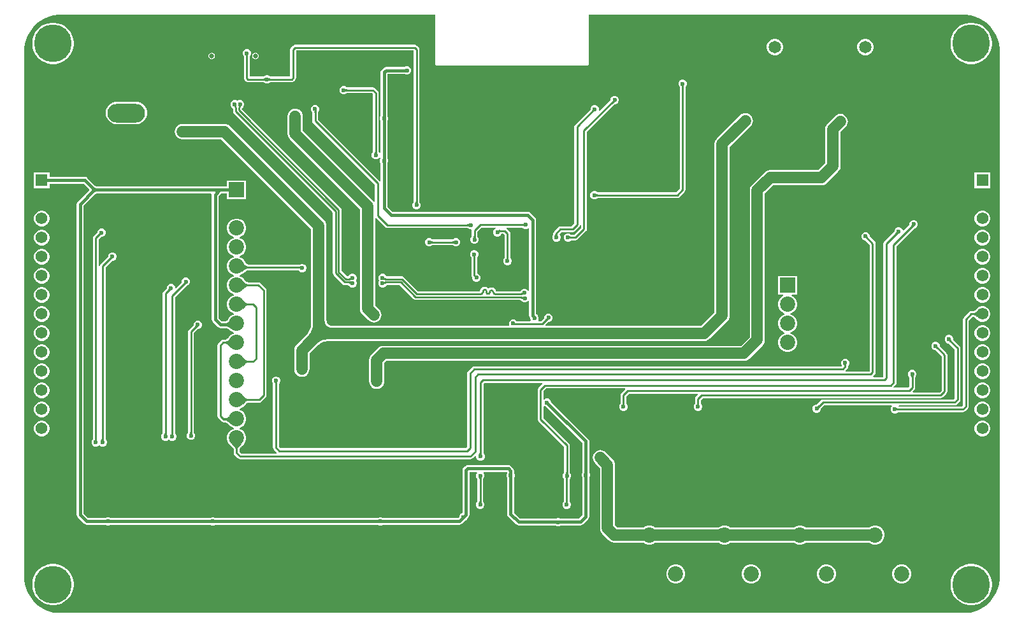
<source format=gbl>
G04*
G04 #@! TF.GenerationSoftware,Altium Limited,Altium Designer,22.8.2 (66)*
G04*
G04 Layer_Physical_Order=2*
G04 Layer_Color=16711680*
%FSAX25Y25*%
%MOIN*%
G70*
G04*
G04 #@! TF.SameCoordinates,CD0932C5-B174-4F7F-AF8C-C675B02BC22C*
G04*
G04*
G04 #@! TF.FilePolarity,Positive*
G04*
G01*
G75*
%ADD86C,0.01000*%
%ADD87C,0.01575*%
%ADD89C,0.05906*%
%ADD91R,0.07972X0.07972*%
%ADD92C,0.07972*%
%ADD93R,0.06201X0.06201*%
%ADD94C,0.06201*%
%ADD95O,0.04134X0.08268*%
%ADD96O,0.03543X0.07087*%
%ADD97C,0.02559*%
%ADD98O,0.19685X0.09843*%
%ADD99O,0.17717X0.08858*%
%ADD100O,0.08858X0.17717*%
%ADD101C,0.06496*%
%ADD102C,0.19685*%
%ADD103C,0.02362*%
%ADD104C,0.03150*%
G36*
X0601450Y1012894D02*
X0601511Y1012586D01*
X0601685Y1012326D01*
X0601945Y1012152D01*
X0602253Y1012091D01*
X0680993D01*
X0681300Y1012152D01*
X0681560Y1012326D01*
X0681734Y1012586D01*
X0681796Y1012894D01*
Y1038666D01*
X0877843Y1038666D01*
X0879081D01*
X0881535Y1038342D01*
X0883926Y1037702D01*
X0886213Y1036755D01*
X0888356Y1035517D01*
X0890320Y1034010D01*
X0892070Y1032260D01*
X0893577Y1030296D01*
X0894814Y1028153D01*
X0895762Y1025866D01*
X0896402Y1023475D01*
X0896725Y1021021D01*
X0896725Y1019783D01*
X0896725Y0744193D01*
Y0742955D01*
X0896402Y0740501D01*
X0895762Y0738110D01*
X0894814Y0735823D01*
X0893577Y0733680D01*
X0892070Y0731716D01*
X0890320Y0729966D01*
X0888356Y0728459D01*
X0886213Y0727221D01*
X0883926Y0726274D01*
X0881535Y0725634D01*
X0879081Y0725311D01*
X0877843D01*
X0405402Y0725311D01*
X0404165D01*
X0401711Y0725634D01*
X0399320Y0726274D01*
X0397033Y0727221D01*
X0394889Y0728459D01*
X0392926Y0729966D01*
X0391175Y0731716D01*
X0389668Y0733680D01*
X0388431Y0735823D01*
X0387484Y0738110D01*
X0386843Y0740501D01*
X0386520Y0742955D01*
X0386520Y0744193D01*
X0386520Y1019783D01*
Y1021021D01*
X0386843Y1023475D01*
X0387484Y1025866D01*
X0388431Y1028153D01*
X0389668Y1030296D01*
X0391175Y1032260D01*
X0392926Y1034010D01*
X0394889Y1035517D01*
X0397033Y1036755D01*
X0399320Y1037702D01*
X0401711Y1038342D01*
X0404165Y1038666D01*
X0405402Y1038666D01*
X0601450Y1038666D01*
Y1012894D01*
D02*
G37*
%LPC*%
G36*
X0826974Y1026134D02*
X0825856D01*
X0824775Y1025845D01*
X0823806Y1025286D01*
X0823015Y1024495D01*
X0822456Y1023526D01*
X0822167Y1022446D01*
Y1021327D01*
X0822456Y1020247D01*
X0823015Y1019278D01*
X0823806Y1018487D01*
X0824775Y1017928D01*
X0825856Y1017638D01*
X0826974D01*
X0828055Y1017928D01*
X0829023Y1018487D01*
X0829814Y1019278D01*
X0830373Y1020247D01*
X0830663Y1021327D01*
Y1022446D01*
X0830373Y1023526D01*
X0829814Y1024495D01*
X0829023Y1025286D01*
X0828055Y1025845D01*
X0826974Y1026134D01*
D02*
G37*
G36*
X0779730D02*
X0778611D01*
X0777531Y1025845D01*
X0776562Y1025286D01*
X0775771Y1024495D01*
X0775212Y1023526D01*
X0774923Y1022446D01*
Y1021327D01*
X0775212Y1020247D01*
X0775771Y1019278D01*
X0776562Y1018487D01*
X0777531Y1017928D01*
X0778611Y1017638D01*
X0779730D01*
X0780810Y1017928D01*
X0781779Y1018487D01*
X0782570Y1019278D01*
X0783129Y1020247D01*
X0783419Y1021327D01*
Y1022446D01*
X0783129Y1023526D01*
X0782570Y1024495D01*
X0781779Y1025286D01*
X0780810Y1025845D01*
X0779730Y1026134D01*
D02*
G37*
G36*
X0507664Y1018779D02*
X0506998D01*
X0506384Y1018525D01*
X0505913Y1018054D01*
X0505658Y1017439D01*
Y1016773D01*
X0505913Y1016158D01*
X0506384Y1015688D01*
X0506998Y1015433D01*
X0507664D01*
X0508279Y1015688D01*
X0508750Y1016158D01*
X0509005Y1016773D01*
Y1017439D01*
X0508750Y1018054D01*
X0508279Y1018525D01*
X0507664Y1018779D01*
D02*
G37*
G36*
X0484908D02*
X0484243D01*
X0483628Y1018525D01*
X0483157Y1018054D01*
X0482902Y1017439D01*
Y1016773D01*
X0483157Y1016158D01*
X0483628Y1015688D01*
X0484243Y1015433D01*
X0484908D01*
X0485523Y1015688D01*
X0485994Y1016158D01*
X0486249Y1016773D01*
Y1017439D01*
X0485994Y1018054D01*
X0485523Y1018525D01*
X0484908Y1018779D01*
D02*
G37*
G36*
X0882633Y1034563D02*
X0880927D01*
X0879241Y1034296D01*
X0877618Y1033768D01*
X0876097Y1032994D01*
X0874717Y1031991D01*
X0873510Y1030784D01*
X0872507Y1029403D01*
X0871732Y1027882D01*
X0871205Y1026259D01*
X0870938Y1024574D01*
Y1022867D01*
X0871205Y1021181D01*
X0871732Y1019558D01*
X0872507Y1018038D01*
X0873510Y1016657D01*
X0874717Y1015450D01*
X0876097Y1014447D01*
X0877618Y1013672D01*
X0879241Y1013145D01*
X0880927Y1012878D01*
X0882633D01*
X0884319Y1013145D01*
X0885942Y1013672D01*
X0887463Y1014447D01*
X0888844Y1015450D01*
X0890050Y1016657D01*
X0891053Y1018038D01*
X0891828Y1019558D01*
X0892356Y1021181D01*
X0892623Y1022867D01*
Y1024574D01*
X0892356Y1026259D01*
X0891828Y1027882D01*
X0891053Y1029403D01*
X0890050Y1030784D01*
X0888844Y1031991D01*
X0887463Y1032994D01*
X0885942Y1033768D01*
X0884319Y1034296D01*
X0882633Y1034563D01*
D02*
G37*
G36*
X0402318D02*
X0400612D01*
X0398926Y1034296D01*
X0397303Y1033768D01*
X0395782Y1032994D01*
X0394402Y1031991D01*
X0393195Y1030784D01*
X0392192Y1029403D01*
X0391417Y1027882D01*
X0390890Y1026259D01*
X0390623Y1024574D01*
Y1022867D01*
X0390890Y1021181D01*
X0391417Y1019558D01*
X0392192Y1018038D01*
X0393195Y1016657D01*
X0394402Y1015450D01*
X0395782Y1014447D01*
X0397303Y1013672D01*
X0398926Y1013145D01*
X0400612Y1012878D01*
X0402318D01*
X0404004Y1013145D01*
X0405627Y1013672D01*
X0407148Y1014447D01*
X0408529Y1015450D01*
X0409735Y1016657D01*
X0410739Y1018038D01*
X0411513Y1019558D01*
X0412041Y1021181D01*
X0412308Y1022867D01*
Y1024574D01*
X0412041Y1026259D01*
X0411513Y1027882D01*
X0410739Y1029403D01*
X0409735Y1030784D01*
X0408529Y1031991D01*
X0407148Y1032994D01*
X0405627Y1033768D01*
X0404004Y1034296D01*
X0402318Y1034563D01*
D02*
G37*
G36*
X0587051Y1011789D02*
X0586183D01*
X0585382Y1011457D01*
X0585355Y1011430D01*
X0575640D01*
X0574942Y1011292D01*
X0574351Y1010896D01*
X0574351Y1010896D01*
X0573428Y1009974D01*
X0573034Y1009383D01*
X0572895Y1008685D01*
X0572895Y1008685D01*
Y0985670D01*
X0572868Y0985643D01*
X0572536Y0984842D01*
Y0983974D01*
X0572868Y0983172D01*
X0572895Y0983146D01*
Y0966232D01*
X0572395Y0966133D01*
X0572266Y0966443D01*
X0571847Y0966863D01*
Y0997808D01*
X0571730Y0998393D01*
X0571399Y0998889D01*
X0569999Y1000289D01*
X0569502Y1000621D01*
X0568917Y1000737D01*
X0555097D01*
X0555070Y1000739D01*
X0554753Y1001057D01*
X0553951Y1001389D01*
X0553083D01*
X0552282Y1001057D01*
X0551668Y1000443D01*
X0551336Y0999642D01*
Y0998774D01*
X0551668Y0997972D01*
X0552282Y0997359D01*
X0553083Y0997027D01*
X0553951D01*
X0554753Y0997359D01*
X0555070Y0997676D01*
X0555097Y0997678D01*
X0568284D01*
X0568788Y0997174D01*
Y0966713D01*
X0568785Y0966672D01*
X0568783Y0966658D01*
X0568568Y0966443D01*
X0568236Y0965642D01*
Y0964774D01*
X0568568Y0963972D01*
X0569182Y0963359D01*
X0569983Y0963027D01*
X0570851D01*
X0571653Y0963359D01*
X0572266Y0963972D01*
X0572395Y0964283D01*
X0572895Y0964183D01*
Y0963470D01*
X0572868Y0963443D01*
X0572536Y0962642D01*
Y0961774D01*
X0572868Y0960972D01*
X0572895Y0960946D01*
Y0951680D01*
X0572804Y0951613D01*
X0572395Y0951493D01*
X0540147Y0983741D01*
Y0987802D01*
X0540149Y0987844D01*
X0540151Y0987857D01*
X0540366Y0988072D01*
X0540698Y0988874D01*
Y0989742D01*
X0540366Y0990543D01*
X0539753Y0991157D01*
X0538951Y0991489D01*
X0538083D01*
X0537282Y0991157D01*
X0536668Y0990543D01*
X0536336Y0989742D01*
Y0988874D01*
X0536668Y0988072D01*
X0537088Y0987653D01*
Y0983108D01*
X0537204Y0982522D01*
X0537536Y0982026D01*
X0569888Y0949674D01*
Y0940837D01*
X0569857Y0940819D01*
X0569388Y0940708D01*
X0568836Y0941427D01*
X0568836Y0941427D01*
X0532204Y0978059D01*
Y0985608D01*
X0532068Y0986640D01*
X0531670Y0987601D01*
X0531036Y0988427D01*
X0530211Y0989060D01*
X0529249Y0989459D01*
X0528217Y0989595D01*
X0527185Y0989459D01*
X0526224Y0989060D01*
X0525398Y0988427D01*
X0524764Y0987601D01*
X0524366Y0986640D01*
X0524230Y0985608D01*
Y0976408D01*
X0524230Y0976408D01*
X0524366Y0975376D01*
X0524764Y0974414D01*
X0525398Y0973589D01*
X0562030Y0936956D01*
Y0884908D01*
X0562030Y0884908D01*
X0562166Y0883876D01*
X0562565Y0882914D01*
X0563198Y0882089D01*
X0566498Y0878789D01*
X0567324Y0878155D01*
X0568285Y0877757D01*
X0569317Y0877621D01*
X0570349Y0877757D01*
X0571311Y0878155D01*
X0572136Y0878789D01*
X0572770Y0879614D01*
X0573168Y0880576D01*
X0573304Y0881608D01*
X0573168Y0882640D01*
X0572770Y0883601D01*
X0572136Y0884427D01*
X0570004Y0886559D01*
Y0932051D01*
X0570504Y0932258D01*
X0575336Y0927426D01*
X0575832Y0927095D01*
X0576417Y0926978D01*
X0618438D01*
X0618464Y0926976D01*
X0618782Y0926659D01*
X0619583Y0926327D01*
X0620081D01*
X0620495Y0925845D01*
X0620488Y0925808D01*
Y0922487D01*
X0620486Y0922461D01*
X0620168Y0922143D01*
X0619836Y0921342D01*
Y0920474D01*
X0620168Y0919672D01*
X0620782Y0919059D01*
X0621583Y0918727D01*
X0622451D01*
X0623253Y0919059D01*
X0623866Y0919672D01*
X0624198Y0920474D01*
Y0921342D01*
X0623866Y0922143D01*
X0623549Y0922461D01*
X0623547Y0922487D01*
Y0925174D01*
X0625651Y0927278D01*
X0632976D01*
X0633075Y0926778D01*
X0632782Y0926657D01*
X0632168Y0926043D01*
X0631836Y0925242D01*
Y0924374D01*
X0632168Y0923572D01*
X0632782Y0922959D01*
X0633583Y0922627D01*
X0634451D01*
X0635253Y0922959D01*
X0635866Y0923572D01*
X0636076Y0924078D01*
X0636984D01*
X0637688Y0923374D01*
Y0911387D01*
X0637686Y0911361D01*
X0637368Y0911043D01*
X0637036Y0910242D01*
Y0909374D01*
X0637368Y0908572D01*
X0637982Y0907959D01*
X0638783Y0907627D01*
X0639651D01*
X0640453Y0907959D01*
X0641066Y0908572D01*
X0641398Y0909374D01*
Y0910242D01*
X0641066Y0911043D01*
X0640749Y0911361D01*
X0640747Y0911387D01*
Y0924008D01*
X0640630Y0924593D01*
X0640299Y0925089D01*
X0638699Y0926689D01*
X0638565Y0926778D01*
X0638717Y0927278D01*
X0647162D01*
X0647482Y0926959D01*
X0648283Y0926627D01*
X0649151D01*
X0649953Y0926959D01*
X0650033Y0927039D01*
X0650495Y0926847D01*
Y0894312D01*
X0649995Y0894213D01*
X0649966Y0894282D01*
X0649353Y0894895D01*
X0648551Y0895227D01*
X0647683D01*
X0646882Y0894895D01*
X0646268Y0894282D01*
X0646233Y0894197D01*
X0645860Y0893948D01*
X0633221D01*
X0633141Y0894353D01*
X0632612Y0895144D01*
X0631820Y0895673D01*
X0630886Y0895859D01*
X0629952Y0895673D01*
X0629262Y0895212D01*
X0629037Y0895549D01*
X0628245Y0896078D01*
X0627311Y0896264D01*
X0626377Y0896078D01*
X0625585Y0895549D01*
X0625056Y0894757D01*
X0624895Y0893948D01*
X0592461D01*
X0585120Y0901289D01*
X0584624Y0901621D01*
X0584038Y0901737D01*
X0576174D01*
X0575801Y0901986D01*
X0575766Y0902071D01*
X0575153Y0902685D01*
X0574351Y0903017D01*
X0573483D01*
X0572682Y0902685D01*
X0572068Y0902071D01*
X0571736Y0901270D01*
Y0900402D01*
X0572068Y0899600D01*
X0572211Y0899458D01*
X0572068Y0899315D01*
X0571736Y0898514D01*
Y0897646D01*
X0572068Y0896844D01*
X0572682Y0896231D01*
X0573483Y0895899D01*
X0574351D01*
X0575153Y0896231D01*
X0575766Y0896844D01*
X0575801Y0896929D01*
X0576174Y0897178D01*
X0582784D01*
X0590125Y0889837D01*
X0590621Y0889505D01*
X0591207Y0889389D01*
X0645860D01*
X0646236Y0889138D01*
X0646409Y0889104D01*
X0646429Y0889055D01*
X0647043Y0888441D01*
X0647844Y0888109D01*
X0648712D01*
X0649513Y0888441D01*
X0649995Y0888923D01*
X0650495Y0888735D01*
Y0881071D01*
X0650495Y0881070D01*
X0650633Y0880373D01*
X0651028Y0879782D01*
X0651186Y0879625D01*
Y0879374D01*
X0651449Y0878737D01*
X0651199Y0878237D01*
X0644069D01*
X0644066Y0878243D01*
X0643453Y0878857D01*
X0642651Y0879189D01*
X0641783D01*
X0640982Y0878857D01*
X0640368Y0878243D01*
X0640036Y0877442D01*
Y0876574D01*
X0640187Y0876210D01*
X0639909Y0875795D01*
X0547945D01*
X0547413Y0875823D01*
X0546745Y0875941D01*
X0546191Y0876125D01*
X0545741Y0876368D01*
X0545376Y0876666D01*
X0545077Y0877031D01*
X0544835Y0877481D01*
X0544650Y0878035D01*
X0544532Y0878703D01*
X0544504Y0879236D01*
Y0928208D01*
X0544504Y0928208D01*
X0544368Y0929240D01*
X0543970Y0930201D01*
X0543336Y0931027D01*
X0543336Y0931027D01*
X0493936Y0980427D01*
X0493111Y0981061D01*
X0492149Y0981459D01*
X0491117Y0981595D01*
X0491117Y0981595D01*
X0469217D01*
X0468185Y0981459D01*
X0467224Y0981061D01*
X0466398Y0980427D01*
X0465765Y0979601D01*
X0465366Y0978640D01*
X0465230Y0977608D01*
X0465366Y0976576D01*
X0465765Y0975614D01*
X0466398Y0974789D01*
X0467224Y0974155D01*
X0468185Y0973757D01*
X0469217Y0973621D01*
X0489466D01*
X0536530Y0926556D01*
Y0877369D01*
X0536514Y0876899D01*
X0536422Y0876073D01*
X0536270Y0875276D01*
X0536058Y0874509D01*
X0535786Y0873767D01*
X0535454Y0873051D01*
X0535061Y0872358D01*
X0534606Y0871688D01*
X0534086Y0871039D01*
X0533766Y0870695D01*
X0528798Y0865727D01*
X0528164Y0864901D01*
X0527766Y0863940D01*
X0527630Y0862908D01*
X0527630Y0862908D01*
Y0853057D01*
X0527766Y0852026D01*
X0528164Y0851064D01*
X0528798Y0850238D01*
X0529624Y0849605D01*
X0530585Y0849206D01*
X0531617Y0849071D01*
X0532649Y0849206D01*
X0533611Y0849605D01*
X0534436Y0850238D01*
X0535070Y0851064D01*
X0535468Y0852026D01*
X0535604Y0853057D01*
Y0861256D01*
X0539404Y0865056D01*
X0539748Y0865377D01*
X0540397Y0865896D01*
X0541068Y0866352D01*
X0541760Y0866745D01*
X0542477Y0867077D01*
X0543218Y0867349D01*
X0543986Y0867560D01*
X0544782Y0867712D01*
X0545608Y0867804D01*
X0546078Y0867821D01*
X0742217D01*
X0742217Y0867821D01*
X0743249Y0867957D01*
X0744211Y0868355D01*
X0745036Y0868989D01*
X0754336Y0878289D01*
X0754336Y0878289D01*
X0754970Y0879114D01*
X0755368Y0880076D01*
X0755504Y0881108D01*
X0755504Y0881108D01*
Y0969356D01*
X0766536Y0980389D01*
X0767170Y0981214D01*
X0767568Y0982176D01*
X0767704Y0983208D01*
X0767568Y0984240D01*
X0767170Y0985201D01*
X0766536Y0986027D01*
X0765711Y0986660D01*
X0764749Y0987059D01*
X0763717Y0987195D01*
X0762685Y0987059D01*
X0761724Y0986660D01*
X0760898Y0986027D01*
X0748698Y0973827D01*
X0748065Y0973001D01*
X0747666Y0972040D01*
X0747530Y0971008D01*
X0747530Y0971008D01*
Y0882759D01*
X0740566Y0875795D01*
X0659220D01*
X0659029Y0876257D01*
X0660582Y0877809D01*
X0660602Y0877827D01*
X0661051D01*
X0661853Y0878159D01*
X0662466Y0878772D01*
X0662798Y0879574D01*
Y0880442D01*
X0662466Y0881243D01*
X0661853Y0881857D01*
X0661051Y0882189D01*
X0660183D01*
X0659382Y0881857D01*
X0658768Y0881243D01*
X0658436Y0880442D01*
Y0879992D01*
X0658419Y0879972D01*
X0656684Y0878237D01*
X0655534D01*
X0655284Y0878737D01*
X0655548Y0879374D01*
Y0880242D01*
X0655216Y0881043D01*
X0654602Y0881657D01*
X0654140Y0881849D01*
Y0931108D01*
X0654140Y0931108D01*
X0654001Y0931805D01*
X0653606Y0932396D01*
X0653606Y0932396D01*
X0651006Y0934996D01*
X0650415Y0935392D01*
X0649717Y0935530D01*
X0649717Y0935530D01*
X0579072D01*
X0576540Y0938063D01*
Y0960946D01*
X0576566Y0960972D01*
X0576898Y0961774D01*
Y0962642D01*
X0576566Y0963443D01*
X0576540Y0963470D01*
Y0983146D01*
X0576566Y0983172D01*
X0576898Y0983974D01*
Y0984842D01*
X0576566Y0985643D01*
X0576540Y0985670D01*
Y1007785D01*
X0585355D01*
X0585382Y1007759D01*
X0586183Y1007427D01*
X0587051D01*
X0587853Y1007759D01*
X0588466Y1008372D01*
X0588798Y1009174D01*
Y1010042D01*
X0588466Y1010843D01*
X0587853Y1011457D01*
X0587051Y1011789D01*
D02*
G37*
G36*
X0590717Y1023037D02*
X0528017D01*
X0527432Y1022921D01*
X0526936Y1022589D01*
X0526036Y1021689D01*
X0525704Y1021193D01*
X0525588Y1020608D01*
Y1006437D01*
X0515047D01*
X0515021Y1006439D01*
X0514703Y1006757D01*
X0513901Y1007089D01*
X0513034D01*
X0512232Y1006757D01*
X0511914Y1006439D01*
X0511888Y1006437D01*
X0504373D01*
Y1016978D01*
X0504375Y1017004D01*
X0504692Y1017322D01*
X0505024Y1018124D01*
Y1018991D01*
X0504692Y1019793D01*
X0504079Y1020406D01*
X0503277Y1020739D01*
X0502409D01*
X0501608Y1020406D01*
X0500994Y1019793D01*
X0500662Y1018991D01*
Y1018124D01*
X0500994Y1017322D01*
X0501312Y1017004D01*
X0501314Y1016978D01*
Y1005582D01*
X0501430Y1004996D01*
X0501762Y1004500D01*
X0502436Y1003826D01*
X0502932Y1003495D01*
X0503517Y1003378D01*
X0511888D01*
X0511914Y1003376D01*
X0512232Y1003059D01*
X0513034Y1002727D01*
X0513901D01*
X0514703Y1003059D01*
X0515021Y1003376D01*
X0515047Y1003378D01*
X0526317D01*
X0526902Y1003495D01*
X0527399Y1003826D01*
X0528199Y1004626D01*
X0528530Y1005122D01*
X0528647Y1005708D01*
Y1019974D01*
X0528651Y1019978D01*
X0590084D01*
X0590088Y1019974D01*
Y0940587D01*
X0590086Y0940561D01*
X0589768Y0940243D01*
X0589436Y0939442D01*
Y0938574D01*
X0589768Y0937772D01*
X0590382Y0937159D01*
X0591183Y0936827D01*
X0592051D01*
X0592853Y0937159D01*
X0593466Y0937772D01*
X0593798Y0938574D01*
Y0939442D01*
X0593466Y0940243D01*
X0593149Y0940561D01*
X0593147Y0940587D01*
Y1020608D01*
X0593030Y1021193D01*
X0592699Y1021689D01*
X0591799Y1022589D01*
X0591302Y1022921D01*
X0590717Y1023037D01*
D02*
G37*
G36*
X0499723Y0993997D02*
X0498855D01*
X0498054Y0993665D01*
X0497899Y0993510D01*
X0497753Y0993657D01*
X0496951Y0993989D01*
X0496083D01*
X0495282Y0993657D01*
X0494668Y0993043D01*
X0494336Y0992242D01*
Y0991374D01*
X0494668Y0990572D01*
X0495282Y0989959D01*
X0495389Y0989914D01*
X0495630Y0989554D01*
Y0988166D01*
X0495746Y0987581D01*
X0496077Y0987085D01*
X0547888Y0935274D01*
Y0903308D01*
X0548004Y0902722D01*
X0548336Y0902226D01*
X0552936Y0897626D01*
X0553432Y0897295D01*
X0554017Y0897178D01*
X0555860D01*
X0556233Y0896929D01*
X0556268Y0896844D01*
X0556882Y0896231D01*
X0557683Y0895899D01*
X0558551D01*
X0559353Y0896231D01*
X0559966Y0896844D01*
X0560298Y0897646D01*
Y0898514D01*
X0559966Y0899315D01*
X0559824Y0899458D01*
X0559966Y0899600D01*
X0560298Y0900402D01*
Y0901270D01*
X0559966Y0902071D01*
X0559353Y0902685D01*
X0558551Y0903017D01*
X0557683D01*
X0556882Y0902685D01*
X0556268Y0902071D01*
X0556233Y0901986D01*
X0555860Y0901737D01*
X0555272D01*
X0552447Y0904563D01*
Y0936529D01*
X0552330Y0937114D01*
X0551999Y0937611D01*
X0500188Y0989421D01*
Y0989563D01*
X0500432Y0989928D01*
X0500525Y0989967D01*
X0501138Y0990580D01*
X0501470Y0991382D01*
Y0992249D01*
X0501138Y0993051D01*
X0500525Y0993665D01*
X0499723Y0993997D01*
D02*
G37*
G36*
X0695751Y0996289D02*
X0694883D01*
X0694082Y0995957D01*
X0693468Y0995343D01*
X0693136Y0994542D01*
Y0994092D01*
X0693119Y0994072D01*
X0687341Y0988294D01*
X0686917Y0988577D01*
X0686998Y0988774D01*
Y0989642D01*
X0686666Y0990443D01*
X0686053Y0991057D01*
X0685251Y0991389D01*
X0684383D01*
X0683582Y0991057D01*
X0682968Y0990443D01*
X0682636Y0989642D01*
Y0989192D01*
X0682619Y0989172D01*
X0674636Y0981189D01*
X0674304Y0980693D01*
X0674188Y0980108D01*
Y0929341D01*
X0672784Y0927937D01*
X0666917D01*
X0666332Y0927821D01*
X0665836Y0927489D01*
X0663636Y0925289D01*
X0663304Y0924793D01*
X0663188Y0924208D01*
Y0923613D01*
X0663185Y0923572D01*
X0663183Y0923559D01*
X0662968Y0923343D01*
X0662636Y0922542D01*
Y0921674D01*
X0662968Y0920872D01*
X0663582Y0920259D01*
X0664383Y0919927D01*
X0665251D01*
X0666053Y0920259D01*
X0666666Y0920872D01*
X0666998Y0921674D01*
Y0922542D01*
X0666666Y0923343D01*
X0666341Y0923669D01*
X0667551Y0924878D01*
X0673417D01*
X0674002Y0924995D01*
X0674499Y0925326D01*
X0676799Y0927626D01*
X0677130Y0928123D01*
X0677188Y0928412D01*
X0677688Y0928363D01*
Y0927141D01*
X0674184Y0923637D01*
X0672497D01*
X0672470Y0923639D01*
X0672153Y0923957D01*
X0671351Y0924289D01*
X0670483D01*
X0669682Y0923957D01*
X0669068Y0923343D01*
X0668736Y0922542D01*
Y0921674D01*
X0669068Y0920872D01*
X0669682Y0920259D01*
X0670483Y0919927D01*
X0671351D01*
X0672153Y0920259D01*
X0672470Y0920576D01*
X0672497Y0920578D01*
X0674817D01*
X0675402Y0920695D01*
X0675899Y0921026D01*
X0680299Y0925426D01*
X0680630Y0925922D01*
X0680747Y0926508D01*
Y0977374D01*
X0695282Y0991909D01*
X0695302Y0991927D01*
X0695751D01*
X0696553Y0992259D01*
X0697166Y0992872D01*
X0697498Y0993674D01*
Y0994542D01*
X0697166Y0995343D01*
X0696553Y0995957D01*
X0695751Y0996289D01*
D02*
G37*
G36*
X0444772Y0993253D02*
X0434930D01*
X0433769Y0993139D01*
X0432653Y0992800D01*
X0431624Y0992250D01*
X0430723Y0991510D01*
X0429983Y0990609D01*
X0429433Y0989580D01*
X0429094Y0988464D01*
X0428980Y0987303D01*
X0429094Y0986142D01*
X0429433Y0985026D01*
X0429983Y0983998D01*
X0430723Y0983096D01*
X0431624Y0982356D01*
X0432653Y0981806D01*
X0433769Y0981468D01*
X0434930Y0981353D01*
X0444772D01*
X0445933Y0981468D01*
X0447049Y0981806D01*
X0448078Y0982356D01*
X0448980Y0983096D01*
X0449719Y0983998D01*
X0450269Y0985026D01*
X0450608Y0986142D01*
X0450722Y0987303D01*
X0450608Y0988464D01*
X0450269Y0989580D01*
X0449719Y0990609D01*
X0448980Y0991510D01*
X0448078Y0992250D01*
X0447049Y0992800D01*
X0445933Y0993139D01*
X0444772Y0993253D01*
D02*
G37*
G36*
X0813317Y0986795D02*
X0812285Y0986659D01*
X0811324Y0986261D01*
X0810498Y0985627D01*
X0806598Y0981727D01*
X0805964Y0980901D01*
X0805566Y0979940D01*
X0805430Y0978908D01*
X0805430Y0978908D01*
Y0960959D01*
X0801866Y0957395D01*
X0776617D01*
X0776617Y0957395D01*
X0775585Y0957259D01*
X0774624Y0956861D01*
X0773798Y0956227D01*
X0767098Y0949527D01*
X0766465Y0948701D01*
X0766066Y0947740D01*
X0765930Y0946708D01*
X0765930Y0946708D01*
Y0869959D01*
X0761266Y0865295D01*
X0574277D01*
X0574276Y0865295D01*
X0573245Y0865159D01*
X0572283Y0864760D01*
X0571457Y0864127D01*
X0571457Y0864127D01*
X0567998Y0860668D01*
X0567365Y0859842D01*
X0566966Y0858880D01*
X0566830Y0857848D01*
X0566830Y0857848D01*
Y0846708D01*
X0566966Y0845676D01*
X0567365Y0844714D01*
X0567998Y0843889D01*
X0568824Y0843255D01*
X0569785Y0842857D01*
X0570817Y0842721D01*
X0571849Y0842857D01*
X0572811Y0843255D01*
X0573636Y0843889D01*
X0574270Y0844714D01*
X0574668Y0845676D01*
X0574804Y0846708D01*
Y0856197D01*
X0575928Y0857321D01*
X0762917D01*
X0762917Y0857321D01*
X0763949Y0857457D01*
X0764911Y0857855D01*
X0765736Y0858489D01*
X0772736Y0865489D01*
X0772736Y0865489D01*
X0773370Y0866314D01*
X0773768Y0867276D01*
X0773904Y0868308D01*
Y0945056D01*
X0778269Y0949421D01*
X0803517D01*
X0803517Y0949421D01*
X0804549Y0949557D01*
X0805511Y0949955D01*
X0806336Y0950589D01*
X0812236Y0956489D01*
X0812870Y0957314D01*
X0813268Y0958276D01*
X0813404Y0959308D01*
X0813404Y0959308D01*
Y0977256D01*
X0816136Y0979989D01*
X0816770Y0980814D01*
X0817168Y0981776D01*
X0817304Y0982808D01*
X0817168Y0983840D01*
X0816770Y0984801D01*
X0816136Y0985627D01*
X0815311Y0986261D01*
X0814349Y0986659D01*
X0813317Y0986795D01*
D02*
G37*
G36*
X0891786Y0956089D02*
X0883585D01*
Y0947888D01*
X0891786D01*
Y0956089D01*
D02*
G37*
G36*
X0731251Y1004789D02*
X0730383D01*
X0729582Y1004457D01*
X0728968Y1003843D01*
X0728636Y1003042D01*
Y1002174D01*
X0728968Y1001372D01*
X0729286Y1001054D01*
X0729288Y1001028D01*
Y0947641D01*
X0727384Y0945737D01*
X0686297D01*
X0686270Y0945739D01*
X0685953Y0946057D01*
X0685151Y0946389D01*
X0684283D01*
X0683482Y0946057D01*
X0682868Y0945443D01*
X0682536Y0944642D01*
Y0943774D01*
X0682868Y0942972D01*
X0683482Y0942359D01*
X0684283Y0942027D01*
X0685151D01*
X0685953Y0942359D01*
X0686270Y0942676D01*
X0686297Y0942678D01*
X0728017D01*
X0728602Y0942795D01*
X0729099Y0943126D01*
X0731899Y0945926D01*
X0732230Y0946422D01*
X0732347Y0947008D01*
Y1001028D01*
X0732348Y1001054D01*
X0732666Y1001372D01*
X0732998Y1002174D01*
Y1003042D01*
X0732666Y1003843D01*
X0732053Y1004457D01*
X0731251Y1004789D01*
D02*
G37*
G36*
X0399660Y0956089D02*
X0391459D01*
Y0947888D01*
X0399660D01*
Y0950166D01*
X0417482D01*
X0420323Y0947324D01*
Y0946652D01*
X0414429Y0940757D01*
X0414034Y0940166D01*
X0413895Y0939468D01*
X0413895Y0939468D01*
Y0776708D01*
X0413895Y0776708D01*
X0414034Y0776010D01*
X0414429Y0775419D01*
X0417729Y0772119D01*
X0417729Y0772119D01*
X0418320Y0771724D01*
X0419017Y0771585D01*
X0419017Y0771585D01*
X0429055D01*
X0429082Y0771559D01*
X0429883Y0771227D01*
X0430751D01*
X0431553Y0771559D01*
X0431579Y0771585D01*
X0483855D01*
X0483882Y0771559D01*
X0484683Y0771227D01*
X0485551D01*
X0486353Y0771559D01*
X0486379Y0771585D01*
X0571455D01*
X0571482Y0771559D01*
X0572283Y0771227D01*
X0573151D01*
X0573953Y0771559D01*
X0573979Y0771585D01*
X0614117D01*
X0614117Y0771585D01*
X0614815Y0771724D01*
X0615406Y0772119D01*
X0616657Y0773371D01*
X0617353Y0773659D01*
X0617966Y0774272D01*
X0618266Y0774995D01*
X0618806Y0775535D01*
X0618806Y0775535D01*
X0619201Y0776127D01*
X0619340Y0776824D01*
X0619340Y0776824D01*
Y0799185D01*
X0623203D01*
X0623410Y0798685D01*
X0623168Y0798443D01*
X0622836Y0797642D01*
Y0796774D01*
X0623168Y0795972D01*
X0623486Y0795654D01*
X0623488Y0795628D01*
Y0783687D01*
X0623486Y0783661D01*
X0623168Y0783343D01*
X0622836Y0782542D01*
Y0781674D01*
X0623168Y0780872D01*
X0623782Y0780259D01*
X0624583Y0779927D01*
X0625451D01*
X0626253Y0780259D01*
X0626866Y0780872D01*
X0627198Y0781674D01*
Y0782542D01*
X0626866Y0783343D01*
X0626548Y0783661D01*
X0626547Y0783687D01*
Y0795628D01*
X0626548Y0795654D01*
X0626866Y0795972D01*
X0627198Y0796774D01*
Y0797642D01*
X0626866Y0798443D01*
X0626624Y0798685D01*
X0626831Y0799185D01*
X0638962D01*
X0638995Y0799153D01*
Y0798570D01*
X0638968Y0798543D01*
X0638636Y0797742D01*
Y0796874D01*
X0638968Y0796072D01*
X0638995Y0796046D01*
Y0777208D01*
X0638995Y0777208D01*
X0639134Y0776510D01*
X0639529Y0775919D01*
X0643728Y0771719D01*
X0643728Y0771719D01*
X0644320Y0771324D01*
X0645017Y0771185D01*
X0645017Y0771185D01*
X0664355D01*
X0664482Y0771059D01*
X0665283Y0770727D01*
X0666151D01*
X0666953Y0771059D01*
X0667079Y0771185D01*
X0677317D01*
X0677317Y0771185D01*
X0678015Y0771324D01*
X0678606Y0771719D01*
X0681406Y0774519D01*
X0681406Y0774519D01*
X0681801Y0775110D01*
X0681940Y0775808D01*
X0681940Y0775808D01*
Y0796346D01*
X0681966Y0796372D01*
X0682298Y0797174D01*
Y0798042D01*
X0681966Y0798843D01*
X0681940Y0798870D01*
Y0815308D01*
X0681801Y0816005D01*
X0681406Y0816596D01*
X0681406Y0816596D01*
X0662098Y0835904D01*
Y0835942D01*
X0661766Y0836743D01*
X0661153Y0837357D01*
X0660351Y0837689D01*
X0659483D01*
X0658682Y0837357D01*
X0658547Y0837222D01*
X0658047Y0837429D01*
Y0841574D01*
X0659551Y0843078D01*
X0700618D01*
X0700825Y0842578D01*
X0698836Y0840589D01*
X0698504Y0840093D01*
X0698388Y0839508D01*
Y0834987D01*
X0698386Y0834961D01*
X0698068Y0834643D01*
X0697736Y0833842D01*
Y0832974D01*
X0698068Y0832172D01*
X0698682Y0831559D01*
X0699483Y0831227D01*
X0700351D01*
X0701153Y0831559D01*
X0701766Y0832172D01*
X0702098Y0832974D01*
Y0833842D01*
X0701766Y0834643D01*
X0701448Y0834961D01*
X0701447Y0834987D01*
Y0838874D01*
X0702851Y0840278D01*
X0738772D01*
X0738963Y0839816D01*
X0737836Y0838689D01*
X0737504Y0838193D01*
X0737388Y0837608D01*
Y0835037D01*
X0737386Y0835011D01*
X0737068Y0834693D01*
X0736736Y0833891D01*
Y0833023D01*
X0737068Y0832222D01*
X0737682Y0831608D01*
X0738483Y0831276D01*
X0739351D01*
X0740153Y0831608D01*
X0740766Y0832222D01*
X0741098Y0833023D01*
Y0833891D01*
X0740766Y0834693D01*
X0740449Y0835011D01*
X0740447Y0835037D01*
Y0836974D01*
X0741351Y0837878D01*
X0865917D01*
X0866502Y0837995D01*
X0866999Y0838326D01*
X0868899Y0840226D01*
X0869230Y0840722D01*
X0869347Y0841308D01*
Y0860508D01*
X0869230Y0861093D01*
X0868899Y0861589D01*
X0865316Y0865172D01*
X0865298Y0865192D01*
Y0865642D01*
X0864966Y0866443D01*
X0864353Y0867057D01*
X0863551Y0867389D01*
X0862683D01*
X0861882Y0867057D01*
X0861268Y0866443D01*
X0860936Y0865642D01*
Y0864774D01*
X0861268Y0863972D01*
X0861882Y0863359D01*
X0862683Y0863027D01*
X0863133D01*
X0863153Y0863009D01*
X0866288Y0859874D01*
Y0841941D01*
X0865284Y0840937D01*
X0851363D01*
X0851171Y0841399D01*
X0852099Y0842326D01*
X0852430Y0842822D01*
X0852547Y0843408D01*
Y0848928D01*
X0852549Y0848954D01*
X0852866Y0849272D01*
X0853198Y0850074D01*
Y0850942D01*
X0852866Y0851743D01*
X0852253Y0852357D01*
X0851451Y0852689D01*
X0850583D01*
X0849782Y0852357D01*
X0849168Y0851743D01*
X0848836Y0850942D01*
Y0850074D01*
X0849168Y0849272D01*
X0849486Y0848954D01*
X0849488Y0848928D01*
Y0844041D01*
X0848784Y0843337D01*
X0841216D01*
X0841009Y0843837D01*
X0842299Y0845126D01*
X0842630Y0845623D01*
X0842747Y0846208D01*
Y0917574D01*
X0851957Y0926785D01*
X0852007Y0926827D01*
X0852151D01*
X0852953Y0927159D01*
X0853566Y0927772D01*
X0853898Y0928574D01*
Y0929442D01*
X0853566Y0930243D01*
X0852953Y0930857D01*
X0852151Y0931189D01*
X0851283D01*
X0850482Y0930857D01*
X0849868Y0930243D01*
X0849536Y0929442D01*
Y0928690D01*
X0846460Y0925614D01*
X0845935Y0925795D01*
X0845666Y0926443D01*
X0845053Y0927057D01*
X0844251Y0927389D01*
X0843383D01*
X0842582Y0927057D01*
X0841968Y0926443D01*
X0841636Y0925642D01*
Y0925301D01*
X0841577Y0925231D01*
X0836336Y0919989D01*
X0836004Y0919493D01*
X0835888Y0918908D01*
Y0849141D01*
X0835684Y0848937D01*
X0830616D01*
X0830409Y0849437D01*
X0831299Y0850326D01*
X0831630Y0850823D01*
X0831747Y0851408D01*
Y0918908D01*
X0831630Y0919493D01*
X0831299Y0919989D01*
X0828698Y0922589D01*
Y0923142D01*
X0828366Y0923943D01*
X0827753Y0924557D01*
X0826951Y0924889D01*
X0826083D01*
X0825282Y0924557D01*
X0824668Y0923943D01*
X0824336Y0923142D01*
Y0922274D01*
X0824668Y0921472D01*
X0825282Y0920859D01*
X0826083Y0920527D01*
X0826424D01*
X0826494Y0920468D01*
X0828688Y0918274D01*
Y0852041D01*
X0828484Y0851837D01*
X0816217D01*
X0816009Y0852337D01*
X0816999Y0853326D01*
X0817330Y0853823D01*
X0817447Y0854408D01*
Y0854728D01*
X0817449Y0854755D01*
X0817766Y0855072D01*
X0818098Y0855874D01*
Y0856742D01*
X0817766Y0857543D01*
X0817153Y0858157D01*
X0816351Y0858489D01*
X0815483D01*
X0814682Y0858157D01*
X0814068Y0857543D01*
X0813736Y0856742D01*
Y0855874D01*
X0814053Y0855108D01*
X0813970Y0854915D01*
X0813796Y0854637D01*
X0621917D01*
X0621332Y0854521D01*
X0620836Y0854189D01*
X0618536Y0851889D01*
X0618204Y0851393D01*
X0618088Y0850808D01*
Y0812341D01*
X0617484Y0811737D01*
X0520551D01*
X0519647Y0812641D01*
Y0845528D01*
X0519649Y0845555D01*
X0519966Y0845872D01*
X0520298Y0846674D01*
Y0847542D01*
X0519966Y0848343D01*
X0519353Y0848957D01*
X0518551Y0849289D01*
X0517683D01*
X0516882Y0848957D01*
X0516268Y0848343D01*
X0515936Y0847542D01*
Y0846674D01*
X0516268Y0845872D01*
X0516586Y0845555D01*
X0516588Y0845528D01*
Y0812008D01*
X0516704Y0811423D01*
X0517036Y0810926D01*
X0518525Y0809437D01*
X0518318Y0808937D01*
X0499951D01*
X0499097Y0809791D01*
Y0810792D01*
X0499101Y0810874D01*
X0499139Y0811100D01*
X0499203Y0811323D01*
X0499295Y0811548D01*
X0499417Y0811777D01*
X0499572Y0812010D01*
X0499763Y0812248D01*
X0499993Y0812491D01*
X0500262Y0812736D01*
X0500488Y0812917D01*
X0500629Y0812998D01*
X0501557Y0813927D01*
X0502214Y0815063D01*
X0502554Y0816332D01*
Y0817645D01*
X0502214Y0818913D01*
X0501557Y0820050D01*
X0500629Y0820978D01*
X0499492Y0821634D01*
X0499138Y0821729D01*
Y0822247D01*
X0499492Y0822342D01*
X0500629Y0822998D01*
X0501557Y0823927D01*
X0502214Y0825064D01*
X0502554Y0826332D01*
Y0827645D01*
X0502214Y0828913D01*
X0501557Y0830050D01*
X0500629Y0830978D01*
X0499492Y0831635D01*
X0499138Y0831729D01*
Y0832247D01*
X0499492Y0832342D01*
X0500629Y0832998D01*
X0501557Y0833926D01*
X0501639Y0834067D01*
X0501819Y0834293D01*
X0502065Y0834563D01*
X0502307Y0834792D01*
X0502546Y0834984D01*
X0502779Y0835139D01*
X0503008Y0835261D01*
X0503232Y0835353D01*
X0503456Y0835416D01*
X0503682Y0835454D01*
X0503764Y0835459D01*
X0509298D01*
X0509883Y0835575D01*
X0510379Y0835907D01*
X0512799Y0838326D01*
X0513130Y0838822D01*
X0513247Y0839408D01*
Y0894308D01*
X0513130Y0894893D01*
X0512799Y0895389D01*
X0509999Y0898189D01*
X0509503Y0898521D01*
X0508917Y0898637D01*
X0503745D01*
X0503666Y0898641D01*
X0503438Y0898679D01*
X0503211Y0898743D01*
X0502980Y0898835D01*
X0502743Y0898958D01*
X0502501Y0899113D01*
X0502253Y0899305D01*
X0501999Y0899535D01*
X0501741Y0899803D01*
X0501612Y0899956D01*
X0501557Y0900050D01*
X0500629Y0900978D01*
X0499492Y0901635D01*
X0499138Y0901729D01*
Y0902247D01*
X0499492Y0902342D01*
X0500629Y0902998D01*
X0500928Y0903297D01*
X0500946Y0903305D01*
X0500987Y0903350D01*
X0501039Y0903382D01*
X0501376Y0903695D01*
X0501688Y0903955D01*
X0501989Y0904179D01*
X0502280Y0904368D01*
X0502560Y0904523D01*
X0502827Y0904645D01*
X0503082Y0904736D01*
X0503326Y0904799D01*
X0503559Y0904836D01*
X0503625Y0904839D01*
X0530001D01*
X0530582Y0904259D01*
X0531383Y0903927D01*
X0532251D01*
X0533053Y0904259D01*
X0533666Y0904872D01*
X0533998Y0905674D01*
Y0906542D01*
X0533666Y0907343D01*
X0533053Y0907957D01*
X0532251Y0908289D01*
X0531383D01*
X0530582Y0907957D01*
X0530533Y0907908D01*
X0530403Y0907898D01*
X0503798D01*
X0503709Y0907903D01*
X0503493Y0907941D01*
X0503292Y0908003D01*
X0503100Y0908089D01*
X0502912Y0908204D01*
X0502726Y0908350D01*
X0502540Y0908533D01*
X0502354Y0908757D01*
X0502170Y0909023D01*
X0501972Y0909365D01*
X0501937Y0909406D01*
X0501914Y0909455D01*
X0501886Y0909481D01*
X0501557Y0910050D01*
X0500629Y0910978D01*
X0499492Y0911635D01*
X0499138Y0911729D01*
Y0912247D01*
X0499492Y0912342D01*
X0500629Y0912998D01*
X0501557Y0913927D01*
X0502214Y0915063D01*
X0502554Y0916332D01*
Y0917645D01*
X0502214Y0918913D01*
X0501557Y0920050D01*
X0500629Y0920978D01*
X0499492Y0921634D01*
X0499138Y0921729D01*
Y0922247D01*
X0499492Y0922342D01*
X0500629Y0922998D01*
X0501557Y0923927D01*
X0502214Y0925064D01*
X0502554Y0926332D01*
Y0927645D01*
X0502214Y0928913D01*
X0501557Y0930050D01*
X0500629Y0930978D01*
X0499492Y0931635D01*
X0498224Y0931974D01*
X0496911D01*
X0495643Y0931635D01*
X0494506Y0930978D01*
X0493578Y0930050D01*
X0492921Y0928913D01*
X0492581Y0927645D01*
Y0926332D01*
X0492921Y0925064D01*
X0493578Y0923927D01*
X0494506Y0922998D01*
X0495643Y0922342D01*
X0495997Y0922247D01*
Y0921729D01*
X0495643Y0921634D01*
X0494506Y0920978D01*
X0493578Y0920050D01*
X0492921Y0918913D01*
X0492581Y0917645D01*
Y0916332D01*
X0492921Y0915063D01*
X0493578Y0913927D01*
X0494506Y0912998D01*
X0495643Y0912342D01*
X0495997Y0912247D01*
Y0911729D01*
X0495643Y0911635D01*
X0494506Y0910978D01*
X0493578Y0910050D01*
X0492921Y0908913D01*
X0492581Y0907644D01*
Y0906332D01*
X0492921Y0905064D01*
X0493578Y0903926D01*
X0494506Y0902998D01*
X0495643Y0902342D01*
X0495997Y0902247D01*
Y0901729D01*
X0495643Y0901635D01*
X0494506Y0900978D01*
X0493578Y0900050D01*
X0492921Y0898913D01*
X0492581Y0897645D01*
Y0896332D01*
X0492921Y0895063D01*
X0493578Y0893927D01*
X0494506Y0892998D01*
X0495643Y0892342D01*
X0495997Y0892247D01*
Y0891729D01*
X0495643Y0891634D01*
X0494506Y0890978D01*
X0493578Y0890050D01*
X0492921Y0888913D01*
X0492581Y0887644D01*
Y0886332D01*
X0492921Y0885063D01*
X0493578Y0883926D01*
X0494506Y0882998D01*
X0495643Y0882342D01*
X0495997Y0882247D01*
Y0881729D01*
X0495643Y0881635D01*
X0494506Y0880978D01*
X0493578Y0880050D01*
X0493274Y0879523D01*
X0493246Y0879498D01*
X0493225Y0879453D01*
X0493191Y0879417D01*
X0493023Y0879138D01*
X0492870Y0878933D01*
X0492711Y0878761D01*
X0492544Y0878617D01*
X0492367Y0878498D01*
X0492177Y0878401D01*
X0491969Y0878323D01*
X0491738Y0878265D01*
X0491492Y0878230D01*
X0489872D01*
X0488140Y0879963D01*
Y0943853D01*
X0489072Y0944785D01*
X0489268Y0944946D01*
X0489371Y0945016D01*
X0489475Y0945076D01*
X0489567Y0945120D01*
X0489645Y0945150D01*
X0489703Y0945166D01*
X0492581D01*
Y0942002D01*
X0502554D01*
Y0951974D01*
X0492581D01*
Y0948810D01*
X0488697D01*
X0488697Y0948810D01*
X0488697Y0948810D01*
X0424572D01*
X0424486Y0948820D01*
X0424332Y0948849D01*
X0424186Y0948890D01*
X0424046Y0948941D01*
X0423911Y0949004D01*
X0423779Y0949078D01*
X0423649Y0949167D01*
X0423581Y0949221D01*
X0419525Y0953277D01*
X0418934Y0953672D01*
X0418237Y0953811D01*
X0418237Y0953811D01*
X0399660D01*
Y0956089D01*
D02*
G37*
G36*
X0888225Y0936088D02*
X0887146D01*
X0886103Y0935809D01*
X0885168Y0935269D01*
X0884404Y0934506D01*
X0883865Y0933571D01*
X0883585Y0932528D01*
Y0931448D01*
X0883865Y0930405D01*
X0884404Y0929470D01*
X0885168Y0928707D01*
X0886103Y0928167D01*
X0887146Y0927888D01*
X0888225D01*
X0889268Y0928167D01*
X0890203Y0928707D01*
X0890967Y0929470D01*
X0891507Y0930405D01*
X0891786Y0931448D01*
Y0932528D01*
X0891507Y0933571D01*
X0890967Y0934506D01*
X0890203Y0935269D01*
X0889268Y0935809D01*
X0888225Y0936088D01*
D02*
G37*
G36*
X0396099D02*
X0395020D01*
X0393977Y0935809D01*
X0393042Y0935269D01*
X0392279Y0934506D01*
X0391739Y0933571D01*
X0391459Y0932528D01*
Y0931448D01*
X0391739Y0930405D01*
X0392279Y0929470D01*
X0393042Y0928707D01*
X0393977Y0928167D01*
X0395020Y0927888D01*
X0396099D01*
X0397142Y0928167D01*
X0398077Y0928707D01*
X0398841Y0929470D01*
X0399381Y0930405D01*
X0399660Y0931448D01*
Y0932528D01*
X0399381Y0933571D01*
X0398841Y0934506D01*
X0398077Y0935269D01*
X0397142Y0935809D01*
X0396099Y0936088D01*
D02*
G37*
G36*
X0612751Y0921789D02*
X0611883D01*
X0611082Y0921457D01*
X0610764Y0921139D01*
X0610738Y0921137D01*
X0599897D01*
X0599870Y0921139D01*
X0599553Y0921457D01*
X0598751Y0921789D01*
X0597883D01*
X0597082Y0921457D01*
X0596468Y0920843D01*
X0596136Y0920042D01*
Y0919174D01*
X0596468Y0918372D01*
X0597082Y0917759D01*
X0597883Y0917427D01*
X0598751D01*
X0599553Y0917759D01*
X0599870Y0918076D01*
X0599897Y0918078D01*
X0610738D01*
X0610764Y0918076D01*
X0611082Y0917759D01*
X0611883Y0917427D01*
X0612751D01*
X0613553Y0917759D01*
X0614166Y0918372D01*
X0614498Y0919174D01*
Y0920042D01*
X0614166Y0920843D01*
X0613553Y0921457D01*
X0612751Y0921789D01*
D02*
G37*
G36*
X0888225Y0926089D02*
X0887146D01*
X0886103Y0925809D01*
X0885168Y0925269D01*
X0884404Y0924506D01*
X0883865Y0923571D01*
X0883585Y0922528D01*
Y0921448D01*
X0883865Y0920405D01*
X0884404Y0919470D01*
X0885168Y0918707D01*
X0886103Y0918167D01*
X0887146Y0917888D01*
X0888225D01*
X0889268Y0918167D01*
X0890203Y0918707D01*
X0890967Y0919470D01*
X0891507Y0920405D01*
X0891786Y0921448D01*
Y0922528D01*
X0891507Y0923571D01*
X0890967Y0924506D01*
X0890203Y0925269D01*
X0889268Y0925809D01*
X0888225Y0926089D01*
D02*
G37*
G36*
X0396099D02*
X0395020D01*
X0393977Y0925809D01*
X0393042Y0925269D01*
X0392279Y0924506D01*
X0391739Y0923571D01*
X0391459Y0922528D01*
Y0921448D01*
X0391739Y0920405D01*
X0392279Y0919470D01*
X0393042Y0918707D01*
X0393977Y0918167D01*
X0395020Y0917888D01*
X0396099D01*
X0397142Y0918167D01*
X0398077Y0918707D01*
X0398841Y0919470D01*
X0399381Y0920405D01*
X0399660Y0921448D01*
Y0922528D01*
X0399381Y0923571D01*
X0398841Y0924506D01*
X0398077Y0925269D01*
X0397142Y0925809D01*
X0396099Y0926089D01*
D02*
G37*
G36*
X0888225Y0916088D02*
X0887146D01*
X0886103Y0915809D01*
X0885168Y0915269D01*
X0884404Y0914506D01*
X0883865Y0913571D01*
X0883585Y0912528D01*
Y0911448D01*
X0883865Y0910405D01*
X0884404Y0909470D01*
X0885168Y0908707D01*
X0886103Y0908167D01*
X0887146Y0907888D01*
X0888225D01*
X0889268Y0908167D01*
X0890203Y0908707D01*
X0890967Y0909470D01*
X0891507Y0910405D01*
X0891786Y0911448D01*
Y0912528D01*
X0891507Y0913571D01*
X0890967Y0914506D01*
X0890203Y0915269D01*
X0889268Y0915809D01*
X0888225Y0916088D01*
D02*
G37*
G36*
X0396099D02*
X0395020D01*
X0393977Y0915809D01*
X0393042Y0915269D01*
X0392279Y0914506D01*
X0391739Y0913571D01*
X0391459Y0912528D01*
Y0911448D01*
X0391739Y0910405D01*
X0392279Y0909470D01*
X0393042Y0908707D01*
X0393977Y0908167D01*
X0395020Y0907888D01*
X0396099D01*
X0397142Y0908167D01*
X0398077Y0908707D01*
X0398841Y0909470D01*
X0399381Y0910405D01*
X0399660Y0911448D01*
Y0912528D01*
X0399381Y0913571D01*
X0398841Y0914506D01*
X0398077Y0915269D01*
X0397142Y0915809D01*
X0396099Y0916088D01*
D02*
G37*
G36*
X0622251Y0915389D02*
X0621383D01*
X0620582Y0915057D01*
X0619968Y0914443D01*
X0619636Y0913642D01*
Y0912774D01*
X0619968Y0911972D01*
X0620286Y0911654D01*
X0620288Y0911628D01*
Y0902308D01*
X0620404Y0901723D01*
X0620736Y0901226D01*
X0620836Y0901126D01*
Y0900574D01*
X0621168Y0899772D01*
X0621782Y0899159D01*
X0622583Y0898827D01*
X0623451D01*
X0624253Y0899159D01*
X0624866Y0899772D01*
X0625198Y0900574D01*
Y0901442D01*
X0624866Y0902243D01*
X0624253Y0902857D01*
X0623451Y0903189D01*
X0623347D01*
Y0911628D01*
X0623349Y0911654D01*
X0623666Y0911972D01*
X0623998Y0912774D01*
Y0913642D01*
X0623666Y0914443D01*
X0623053Y0915057D01*
X0622251Y0915389D01*
D02*
G37*
G36*
X0888225Y0906089D02*
X0887146D01*
X0886103Y0905809D01*
X0885168Y0905269D01*
X0884404Y0904506D01*
X0883865Y0903571D01*
X0883585Y0902528D01*
Y0901448D01*
X0883865Y0900405D01*
X0884404Y0899470D01*
X0885168Y0898707D01*
X0886103Y0898167D01*
X0887146Y0897888D01*
X0888225D01*
X0889268Y0898167D01*
X0890203Y0898707D01*
X0890967Y0899470D01*
X0891507Y0900405D01*
X0891786Y0901448D01*
Y0902528D01*
X0891507Y0903571D01*
X0890967Y0904506D01*
X0890203Y0905269D01*
X0889268Y0905809D01*
X0888225Y0906089D01*
D02*
G37*
G36*
X0396099D02*
X0395020D01*
X0393977Y0905809D01*
X0393042Y0905269D01*
X0392279Y0904506D01*
X0391739Y0903571D01*
X0391459Y0902528D01*
Y0901448D01*
X0391739Y0900405D01*
X0392279Y0899470D01*
X0393042Y0898707D01*
X0393977Y0898167D01*
X0395020Y0897888D01*
X0396099D01*
X0397142Y0898167D01*
X0398077Y0898707D01*
X0398841Y0899470D01*
X0399381Y0900405D01*
X0399660Y0901448D01*
Y0902528D01*
X0399381Y0903571D01*
X0398841Y0904506D01*
X0398077Y0905269D01*
X0397142Y0905809D01*
X0396099Y0906089D01*
D02*
G37*
G36*
X0888225Y0896089D02*
X0887146D01*
X0886103Y0895809D01*
X0885168Y0895269D01*
X0884404Y0894506D01*
X0883865Y0893571D01*
X0883585Y0892528D01*
Y0891448D01*
X0883865Y0890405D01*
X0884404Y0889470D01*
X0885168Y0888707D01*
X0886103Y0888167D01*
X0887146Y0887888D01*
X0888225D01*
X0889268Y0888167D01*
X0890203Y0888707D01*
X0890967Y0889470D01*
X0891507Y0890405D01*
X0891786Y0891448D01*
Y0892528D01*
X0891507Y0893571D01*
X0890967Y0894506D01*
X0890203Y0895269D01*
X0889268Y0895809D01*
X0888225Y0896089D01*
D02*
G37*
G36*
X0396099D02*
X0395020D01*
X0393977Y0895809D01*
X0393042Y0895269D01*
X0392279Y0894506D01*
X0391739Y0893571D01*
X0391459Y0892528D01*
Y0891448D01*
X0391739Y0890405D01*
X0392279Y0889470D01*
X0393042Y0888707D01*
X0393977Y0888167D01*
X0395020Y0887888D01*
X0396099D01*
X0397142Y0888167D01*
X0398077Y0888707D01*
X0398841Y0889470D01*
X0399381Y0890405D01*
X0399660Y0891448D01*
Y0892528D01*
X0399381Y0893571D01*
X0398841Y0894506D01*
X0398077Y0895269D01*
X0397142Y0895809D01*
X0396099Y0896089D01*
D02*
G37*
G36*
X0888225Y0886088D02*
X0887146D01*
X0886103Y0885809D01*
X0885168Y0885269D01*
X0884404Y0884506D01*
X0884351Y0884413D01*
X0884227Y0884258D01*
X0884064Y0884085D01*
X0883904Y0883938D01*
X0883745Y0883818D01*
X0883589Y0883720D01*
X0883433Y0883643D01*
X0883276Y0883585D01*
X0883114Y0883543D01*
X0882945Y0883518D01*
X0882942Y0883517D01*
X0881798D01*
X0881212Y0883401D01*
X0880716Y0883070D01*
X0877936Y0880289D01*
X0877604Y0879793D01*
X0877488Y0879208D01*
Y0834241D01*
X0876884Y0833637D01*
X0843955D01*
X0843928Y0833678D01*
X0844195Y0834178D01*
X0873217D01*
X0873802Y0834295D01*
X0874299Y0834626D01*
X0875699Y0836026D01*
X0876030Y0836522D01*
X0876147Y0837108D01*
Y0864108D01*
X0876030Y0864693D01*
X0875699Y0865189D01*
X0872298Y0868589D01*
Y0869242D01*
X0871966Y0870043D01*
X0871353Y0870657D01*
X0870551Y0870989D01*
X0869683D01*
X0868882Y0870657D01*
X0868268Y0870043D01*
X0867936Y0869242D01*
Y0868374D01*
X0868268Y0867572D01*
X0868882Y0866959D01*
X0869683Y0866627D01*
X0869924D01*
X0870003Y0866559D01*
X0873088Y0863474D01*
Y0837741D01*
X0872584Y0837237D01*
X0804317D01*
X0803732Y0837121D01*
X0803236Y0836789D01*
X0801053Y0834606D01*
X0801033Y0834589D01*
X0800583D01*
X0799782Y0834257D01*
X0799168Y0833643D01*
X0798836Y0832842D01*
Y0831974D01*
X0799168Y0831172D01*
X0799782Y0830559D01*
X0800583Y0830227D01*
X0801451D01*
X0802253Y0830559D01*
X0802866Y0831172D01*
X0803198Y0831974D01*
Y0832423D01*
X0803216Y0832443D01*
X0804951Y0834178D01*
X0840196D01*
X0840403Y0833678D01*
X0840068Y0833343D01*
X0839736Y0832542D01*
Y0831674D01*
X0840068Y0830872D01*
X0840682Y0830259D01*
X0841483Y0829927D01*
X0842351D01*
X0843153Y0830259D01*
X0843470Y0830576D01*
X0843497Y0830578D01*
X0877517D01*
X0878102Y0830695D01*
X0878599Y0831026D01*
X0880099Y0832526D01*
X0880430Y0833022D01*
X0880547Y0833608D01*
Y0878574D01*
X0882431Y0880459D01*
X0882942D01*
X0882945Y0880459D01*
X0883114Y0880433D01*
X0883276Y0880392D01*
X0883433Y0880333D01*
X0883589Y0880256D01*
X0883745Y0880159D01*
X0883904Y0880038D01*
X0884064Y0879891D01*
X0884227Y0879718D01*
X0884351Y0879563D01*
X0884404Y0879470D01*
X0885168Y0878707D01*
X0886103Y0878167D01*
X0887146Y0877888D01*
X0888225D01*
X0889268Y0878167D01*
X0890203Y0878707D01*
X0890967Y0879470D01*
X0891507Y0880405D01*
X0891786Y0881448D01*
Y0882528D01*
X0891507Y0883571D01*
X0890967Y0884506D01*
X0890203Y0885269D01*
X0889268Y0885809D01*
X0888225Y0886088D01*
D02*
G37*
G36*
X0396099D02*
X0395020D01*
X0393977Y0885809D01*
X0393042Y0885269D01*
X0392279Y0884506D01*
X0391739Y0883571D01*
X0391459Y0882528D01*
Y0881448D01*
X0391739Y0880405D01*
X0392279Y0879470D01*
X0393042Y0878707D01*
X0393977Y0878167D01*
X0395020Y0877888D01*
X0396099D01*
X0397142Y0878167D01*
X0398077Y0878707D01*
X0398841Y0879470D01*
X0399381Y0880405D01*
X0399660Y0881448D01*
Y0882528D01*
X0399381Y0883571D01*
X0398841Y0884506D01*
X0398077Y0885269D01*
X0397142Y0885809D01*
X0396099Y0886088D01*
D02*
G37*
G36*
X0888225Y0876089D02*
X0887146D01*
X0886103Y0875809D01*
X0885168Y0875269D01*
X0884404Y0874506D01*
X0883865Y0873571D01*
X0883585Y0872528D01*
Y0871448D01*
X0883865Y0870405D01*
X0884404Y0869470D01*
X0885168Y0868707D01*
X0886103Y0868167D01*
X0887146Y0867888D01*
X0888225D01*
X0889268Y0868167D01*
X0890203Y0868707D01*
X0890967Y0869470D01*
X0891507Y0870405D01*
X0891786Y0871448D01*
Y0872528D01*
X0891507Y0873571D01*
X0890967Y0874506D01*
X0890203Y0875269D01*
X0889268Y0875809D01*
X0888225Y0876089D01*
D02*
G37*
G36*
X0396099D02*
X0395020D01*
X0393977Y0875809D01*
X0393042Y0875269D01*
X0392279Y0874506D01*
X0391739Y0873571D01*
X0391459Y0872528D01*
Y0871448D01*
X0391739Y0870405D01*
X0392279Y0869470D01*
X0393042Y0868707D01*
X0393977Y0868167D01*
X0395020Y0867888D01*
X0396099D01*
X0397142Y0868167D01*
X0398077Y0868707D01*
X0398841Y0869470D01*
X0399381Y0870405D01*
X0399660Y0871448D01*
Y0872528D01*
X0399381Y0873571D01*
X0398841Y0874506D01*
X0398077Y0875269D01*
X0397142Y0875809D01*
X0396099Y0876089D01*
D02*
G37*
G36*
X0790664Y0901974D02*
X0780692D01*
Y0892002D01*
X0783390D01*
X0783524Y0891502D01*
X0782616Y0890978D01*
X0781688Y0890050D01*
X0781031Y0888913D01*
X0780692Y0887644D01*
Y0886332D01*
X0781031Y0885063D01*
X0781688Y0883926D01*
X0782616Y0882998D01*
X0783753Y0882342D01*
X0784107Y0882247D01*
Y0881729D01*
X0783753Y0881635D01*
X0782616Y0880978D01*
X0781688Y0880050D01*
X0781031Y0878913D01*
X0780692Y0877645D01*
Y0876332D01*
X0781031Y0875064D01*
X0781688Y0873927D01*
X0782616Y0872998D01*
X0783753Y0872342D01*
X0784107Y0872247D01*
Y0871729D01*
X0783753Y0871634D01*
X0782616Y0870978D01*
X0781688Y0870050D01*
X0781031Y0868913D01*
X0780692Y0867645D01*
Y0866332D01*
X0781031Y0865063D01*
X0781688Y0863927D01*
X0782616Y0862998D01*
X0783753Y0862342D01*
X0785021Y0862002D01*
X0786334D01*
X0787602Y0862342D01*
X0788739Y0862998D01*
X0789668Y0863927D01*
X0790324Y0865063D01*
X0790664Y0866332D01*
Y0867645D01*
X0790324Y0868913D01*
X0789668Y0870050D01*
X0788739Y0870978D01*
X0787602Y0871634D01*
X0787249Y0871729D01*
Y0872247D01*
X0787602Y0872342D01*
X0788739Y0872998D01*
X0789668Y0873927D01*
X0790324Y0875064D01*
X0790664Y0876332D01*
Y0877645D01*
X0790324Y0878913D01*
X0789668Y0880050D01*
X0788739Y0880978D01*
X0787602Y0881635D01*
X0787249Y0881729D01*
Y0882247D01*
X0787602Y0882342D01*
X0788739Y0882998D01*
X0789668Y0883926D01*
X0790324Y0885063D01*
X0790664Y0886332D01*
Y0887644D01*
X0790324Y0888913D01*
X0789668Y0890050D01*
X0788739Y0890978D01*
X0787832Y0891502D01*
X0787966Y0892002D01*
X0790664D01*
Y0901974D01*
D02*
G37*
G36*
X0888225Y0866088D02*
X0887146D01*
X0886103Y0865809D01*
X0885168Y0865269D01*
X0884404Y0864506D01*
X0883865Y0863571D01*
X0883585Y0862528D01*
Y0861448D01*
X0883865Y0860405D01*
X0884404Y0859470D01*
X0885168Y0858707D01*
X0886103Y0858167D01*
X0887146Y0857888D01*
X0888225D01*
X0889268Y0858167D01*
X0890203Y0858707D01*
X0890967Y0859470D01*
X0891507Y0860405D01*
X0891786Y0861448D01*
Y0862528D01*
X0891507Y0863571D01*
X0890967Y0864506D01*
X0890203Y0865269D01*
X0889268Y0865809D01*
X0888225Y0866088D01*
D02*
G37*
G36*
X0396099D02*
X0395020D01*
X0393977Y0865809D01*
X0393042Y0865269D01*
X0392279Y0864506D01*
X0391739Y0863571D01*
X0391459Y0862528D01*
Y0861448D01*
X0391739Y0860405D01*
X0392279Y0859470D01*
X0393042Y0858707D01*
X0393977Y0858167D01*
X0395020Y0857888D01*
X0396099D01*
X0397142Y0858167D01*
X0398077Y0858707D01*
X0398841Y0859470D01*
X0399381Y0860405D01*
X0399660Y0861448D01*
Y0862528D01*
X0399381Y0863571D01*
X0398841Y0864506D01*
X0398077Y0865269D01*
X0397142Y0865809D01*
X0396099Y0866088D01*
D02*
G37*
G36*
X0888225Y0856089D02*
X0887146D01*
X0886103Y0855809D01*
X0885168Y0855269D01*
X0884404Y0854506D01*
X0883865Y0853571D01*
X0883585Y0852528D01*
Y0851448D01*
X0883865Y0850405D01*
X0884404Y0849470D01*
X0885168Y0848707D01*
X0886103Y0848167D01*
X0887146Y0847888D01*
X0888225D01*
X0889268Y0848167D01*
X0890203Y0848707D01*
X0890967Y0849470D01*
X0891507Y0850405D01*
X0891786Y0851448D01*
Y0852528D01*
X0891507Y0853571D01*
X0890967Y0854506D01*
X0890203Y0855269D01*
X0889268Y0855809D01*
X0888225Y0856089D01*
D02*
G37*
G36*
X0396099D02*
X0395020D01*
X0393977Y0855809D01*
X0393042Y0855269D01*
X0392279Y0854506D01*
X0391739Y0853571D01*
X0391459Y0852528D01*
Y0851448D01*
X0391739Y0850405D01*
X0392279Y0849470D01*
X0393042Y0848707D01*
X0393977Y0848167D01*
X0395020Y0847888D01*
X0396099D01*
X0397142Y0848167D01*
X0398077Y0848707D01*
X0398841Y0849470D01*
X0399381Y0850405D01*
X0399660Y0851448D01*
Y0852528D01*
X0399381Y0853571D01*
X0398841Y0854506D01*
X0398077Y0855269D01*
X0397142Y0855809D01*
X0396099Y0856089D01*
D02*
G37*
G36*
X0888225Y0846089D02*
X0887146D01*
X0886103Y0845809D01*
X0885168Y0845269D01*
X0884404Y0844506D01*
X0883865Y0843571D01*
X0883585Y0842528D01*
Y0841448D01*
X0883865Y0840405D01*
X0884404Y0839470D01*
X0885168Y0838707D01*
X0886103Y0838167D01*
X0887146Y0837888D01*
X0888225D01*
X0889268Y0838167D01*
X0890203Y0838707D01*
X0890967Y0839470D01*
X0891507Y0840405D01*
X0891786Y0841448D01*
Y0842528D01*
X0891507Y0843571D01*
X0890967Y0844506D01*
X0890203Y0845269D01*
X0889268Y0845809D01*
X0888225Y0846089D01*
D02*
G37*
G36*
X0396099D02*
X0395020D01*
X0393977Y0845809D01*
X0393042Y0845269D01*
X0392279Y0844506D01*
X0391739Y0843571D01*
X0391459Y0842528D01*
Y0841448D01*
X0391739Y0840405D01*
X0392279Y0839470D01*
X0393042Y0838707D01*
X0393977Y0838167D01*
X0395020Y0837888D01*
X0396099D01*
X0397142Y0838167D01*
X0398077Y0838707D01*
X0398841Y0839470D01*
X0399381Y0840405D01*
X0399660Y0841448D01*
Y0842528D01*
X0399381Y0843571D01*
X0398841Y0844506D01*
X0398077Y0845269D01*
X0397142Y0845809D01*
X0396099Y0846089D01*
D02*
G37*
G36*
X0888225Y0836088D02*
X0887146D01*
X0886103Y0835809D01*
X0885168Y0835269D01*
X0884404Y0834506D01*
X0883865Y0833571D01*
X0883585Y0832528D01*
Y0831448D01*
X0883865Y0830405D01*
X0884404Y0829470D01*
X0885168Y0828707D01*
X0886103Y0828167D01*
X0887146Y0827888D01*
X0888225D01*
X0889268Y0828167D01*
X0890203Y0828707D01*
X0890967Y0829470D01*
X0891507Y0830405D01*
X0891786Y0831448D01*
Y0832528D01*
X0891507Y0833571D01*
X0890967Y0834506D01*
X0890203Y0835269D01*
X0889268Y0835809D01*
X0888225Y0836088D01*
D02*
G37*
G36*
X0396099D02*
X0395020D01*
X0393977Y0835809D01*
X0393042Y0835269D01*
X0392279Y0834506D01*
X0391739Y0833571D01*
X0391459Y0832528D01*
Y0831448D01*
X0391739Y0830405D01*
X0392279Y0829470D01*
X0393042Y0828707D01*
X0393977Y0828167D01*
X0395020Y0827888D01*
X0396099D01*
X0397142Y0828167D01*
X0398077Y0828707D01*
X0398841Y0829470D01*
X0399381Y0830405D01*
X0399660Y0831448D01*
Y0832528D01*
X0399381Y0833571D01*
X0398841Y0834506D01*
X0398077Y0835269D01*
X0397142Y0835809D01*
X0396099Y0836088D01*
D02*
G37*
G36*
X0888225Y0826089D02*
X0887146D01*
X0886103Y0825809D01*
X0885168Y0825269D01*
X0884404Y0824506D01*
X0883865Y0823571D01*
X0883585Y0822528D01*
Y0821448D01*
X0883865Y0820405D01*
X0884404Y0819470D01*
X0885168Y0818707D01*
X0886103Y0818167D01*
X0887146Y0817888D01*
X0888225D01*
X0889268Y0818167D01*
X0890203Y0818707D01*
X0890967Y0819470D01*
X0891507Y0820405D01*
X0891786Y0821448D01*
Y0822528D01*
X0891507Y0823571D01*
X0890967Y0824506D01*
X0890203Y0825269D01*
X0889268Y0825809D01*
X0888225Y0826089D01*
D02*
G37*
G36*
X0396099D02*
X0395020D01*
X0393977Y0825809D01*
X0393042Y0825269D01*
X0392279Y0824506D01*
X0391739Y0823571D01*
X0391459Y0822528D01*
Y0821448D01*
X0391739Y0820405D01*
X0392279Y0819470D01*
X0393042Y0818707D01*
X0393977Y0818167D01*
X0395020Y0817888D01*
X0396099D01*
X0397142Y0818167D01*
X0398077Y0818707D01*
X0398841Y0819470D01*
X0399381Y0820405D01*
X0399660Y0821448D01*
Y0822528D01*
X0399381Y0823571D01*
X0398841Y0824506D01*
X0398077Y0825269D01*
X0397142Y0825809D01*
X0396099Y0826089D01*
D02*
G37*
G36*
X0687817Y0810695D02*
X0686785Y0810559D01*
X0685824Y0810161D01*
X0684998Y0809527D01*
X0684365Y0808701D01*
X0683966Y0807740D01*
X0683830Y0806708D01*
X0683966Y0805676D01*
X0684365Y0804714D01*
X0684998Y0803889D01*
X0687598Y0801289D01*
Y0769699D01*
X0687598Y0769699D01*
X0687734Y0768668D01*
X0688132Y0767706D01*
X0688766Y0766880D01*
X0692225Y0763421D01*
X0692225Y0763421D01*
X0693051Y0762787D01*
X0694012Y0762389D01*
X0695044Y0762253D01*
X0695044Y0762253D01*
X0710408D01*
X0710412Y0762250D01*
X0711549Y0761594D01*
X0712817Y0761254D01*
X0714129D01*
X0715398Y0761594D01*
X0716535Y0762250D01*
X0716538Y0762253D01*
X0749778D01*
X0749782Y0762250D01*
X0750918Y0761594D01*
X0752187Y0761254D01*
X0753500D01*
X0754768Y0761594D01*
X0755905Y0762250D01*
X0755908Y0762253D01*
X0789149D01*
X0789152Y0762250D01*
X0790289Y0761594D01*
X0791557Y0761254D01*
X0792870D01*
X0794138Y0761594D01*
X0795275Y0762250D01*
X0795278Y0762253D01*
X0828519D01*
X0828522Y0762250D01*
X0829659Y0761594D01*
X0830927Y0761254D01*
X0832240D01*
X0833508Y0761594D01*
X0834645Y0762250D01*
X0835573Y0763178D01*
X0836230Y0764315D01*
X0836569Y0765584D01*
Y0766896D01*
X0836230Y0768165D01*
X0835573Y0769302D01*
X0834645Y0770230D01*
X0833508Y0770887D01*
X0832240Y0771226D01*
X0830927D01*
X0829659Y0770887D01*
X0828522Y0770230D01*
X0828519Y0770227D01*
X0795278D01*
X0795275Y0770230D01*
X0794138Y0770887D01*
X0792870Y0771226D01*
X0791557D01*
X0790289Y0770887D01*
X0789152Y0770230D01*
X0789149Y0770227D01*
X0755908D01*
X0755905Y0770230D01*
X0754768Y0770887D01*
X0753500Y0771226D01*
X0752187D01*
X0750918Y0770887D01*
X0750264Y0770508D01*
X0749584Y0770227D01*
X0716538D01*
X0716535Y0770230D01*
X0715398Y0770887D01*
X0714129Y0771226D01*
X0712817D01*
X0711549Y0770887D01*
X0710412Y0770230D01*
X0710408Y0770227D01*
X0696696D01*
X0695572Y0771351D01*
Y0802940D01*
X0695572Y0802940D01*
X0695436Y0803972D01*
X0695038Y0804933D01*
X0694404Y0805759D01*
X0690636Y0809527D01*
X0689811Y0810161D01*
X0688849Y0810559D01*
X0687817Y0810695D01*
D02*
G37*
G36*
X0846019Y0750754D02*
X0844706D01*
X0843438Y0750414D01*
X0842301Y0749758D01*
X0841373Y0748829D01*
X0840716Y0747692D01*
X0840377Y0746424D01*
Y0745111D01*
X0840716Y0743843D01*
X0841373Y0742706D01*
X0842301Y0741778D01*
X0843438Y0741121D01*
X0844706Y0740781D01*
X0846019D01*
X0847287Y0741121D01*
X0848425Y0741778D01*
X0849353Y0742706D01*
X0850009Y0743843D01*
X0850349Y0745111D01*
Y0746424D01*
X0850009Y0747692D01*
X0849353Y0748829D01*
X0848425Y0749758D01*
X0847287Y0750414D01*
X0846019Y0750754D01*
D02*
G37*
G36*
X0806649D02*
X0805336D01*
X0804068Y0750414D01*
X0802931Y0749758D01*
X0802003Y0748829D01*
X0801346Y0747692D01*
X0801007Y0746424D01*
Y0745111D01*
X0801346Y0743843D01*
X0802003Y0742706D01*
X0802931Y0741778D01*
X0804068Y0741121D01*
X0805336Y0740781D01*
X0806649D01*
X0807917Y0741121D01*
X0809054Y0741778D01*
X0809983Y0742706D01*
X0810639Y0743843D01*
X0810979Y0745111D01*
Y0746424D01*
X0810639Y0747692D01*
X0809983Y0748829D01*
X0809054Y0749758D01*
X0807917Y0750414D01*
X0806649Y0750754D01*
D02*
G37*
G36*
X0767279D02*
X0765966D01*
X0764698Y0750414D01*
X0763561Y0749758D01*
X0762633Y0748829D01*
X0761976Y0747692D01*
X0761636Y0746424D01*
Y0745111D01*
X0761976Y0743843D01*
X0762633Y0742706D01*
X0763561Y0741778D01*
X0764698Y0741121D01*
X0765966Y0740781D01*
X0767279D01*
X0768547Y0741121D01*
X0769684Y0741778D01*
X0770613Y0742706D01*
X0771269Y0743843D01*
X0771609Y0745111D01*
Y0746424D01*
X0771269Y0747692D01*
X0770613Y0748829D01*
X0769684Y0749758D01*
X0768547Y0750414D01*
X0767279Y0750754D01*
D02*
G37*
G36*
X0727909D02*
X0726596D01*
X0725328Y0750414D01*
X0724191Y0749758D01*
X0723263Y0748829D01*
X0722606Y0747692D01*
X0722266Y0746424D01*
Y0745111D01*
X0722606Y0743843D01*
X0723263Y0742706D01*
X0724191Y0741778D01*
X0725328Y0741121D01*
X0726596Y0740781D01*
X0727909D01*
X0729177Y0741121D01*
X0730314Y0741778D01*
X0731243Y0742706D01*
X0731899Y0743843D01*
X0732239Y0745111D01*
Y0746424D01*
X0731899Y0747692D01*
X0731243Y0748829D01*
X0730314Y0749758D01*
X0729177Y0750414D01*
X0727909Y0750754D01*
D02*
G37*
G36*
X0882633Y0751098D02*
X0880927D01*
X0879241Y0750831D01*
X0877618Y0750304D01*
X0876097Y0749529D01*
X0874717Y0748526D01*
X0873510Y0747319D01*
X0872507Y0745938D01*
X0871732Y0744418D01*
X0871205Y0742795D01*
X0870938Y0741109D01*
Y0739402D01*
X0871205Y0737717D01*
X0871732Y0736094D01*
X0872507Y0734573D01*
X0873510Y0733192D01*
X0874717Y0731986D01*
X0876097Y0730982D01*
X0877618Y0730208D01*
X0879241Y0729680D01*
X0880927Y0729413D01*
X0882633D01*
X0884319Y0729680D01*
X0885942Y0730208D01*
X0887463Y0730982D01*
X0888844Y0731986D01*
X0890050Y0733192D01*
X0891053Y0734573D01*
X0891828Y0736094D01*
X0892356Y0737717D01*
X0892623Y0739402D01*
Y0741109D01*
X0892356Y0742795D01*
X0891828Y0744418D01*
X0891053Y0745938D01*
X0890050Y0747319D01*
X0888844Y0748526D01*
X0887463Y0749529D01*
X0885942Y0750304D01*
X0884319Y0750831D01*
X0882633Y0751098D01*
D02*
G37*
G36*
X0402318D02*
X0400612D01*
X0398926Y0750831D01*
X0397303Y0750304D01*
X0395782Y0749529D01*
X0394402Y0748526D01*
X0393195Y0747319D01*
X0392192Y0745938D01*
X0391417Y0744418D01*
X0390890Y0742795D01*
X0390623Y0741109D01*
Y0739402D01*
X0390890Y0737717D01*
X0391417Y0736094D01*
X0392192Y0734573D01*
X0393195Y0733192D01*
X0394402Y0731986D01*
X0395782Y0730982D01*
X0397303Y0730208D01*
X0398926Y0729680D01*
X0400612Y0729413D01*
X0402318D01*
X0404004Y0729680D01*
X0405627Y0730208D01*
X0407148Y0730982D01*
X0408529Y0731986D01*
X0409735Y0733192D01*
X0410739Y0734573D01*
X0411513Y0736094D01*
X0412041Y0737717D01*
X0412308Y0739402D01*
Y0741109D01*
X0412041Y0742795D01*
X0411513Y0744418D01*
X0410739Y0745938D01*
X0409735Y0747319D01*
X0408529Y0748526D01*
X0407148Y0749529D01*
X0405627Y0750304D01*
X0404004Y0750831D01*
X0402318Y0751098D01*
D02*
G37*
%LPD*%
G36*
X0554499Y0999877D02*
X0554545Y0999841D01*
X0554603Y0999810D01*
X0554671Y0999783D01*
X0554749Y0999760D01*
X0554837Y0999741D01*
X0554936Y0999726D01*
X0555166Y0999710D01*
X0555296Y0999708D01*
Y0998708D01*
X0555166Y0998706D01*
X0554936Y0998689D01*
X0554837Y0998674D01*
X0554749Y0998656D01*
X0554671Y0998633D01*
X0554603Y0998606D01*
X0554545Y0998574D01*
X0554499Y0998539D01*
X0554462Y0998499D01*
Y0999916D01*
X0554499Y0999877D01*
D02*
G37*
G36*
X0539268Y0988388D02*
X0539236Y0988339D01*
X0539208Y0988281D01*
X0539184Y0988212D01*
X0539164Y0988132D01*
X0539147Y0988043D01*
X0539134Y0987943D01*
X0539119Y0987712D01*
X0539117Y0987582D01*
X0538117Y0987488D01*
X0538115Y0987618D01*
X0538097Y0987846D01*
X0538081Y0987944D01*
X0538061Y0988031D01*
X0538036Y0988107D01*
X0538006Y0988173D01*
X0537972Y0988228D01*
X0537934Y0988273D01*
X0537891Y0988306D01*
X0539303Y0988426D01*
X0539268Y0988388D01*
D02*
G37*
G36*
X0570819Y0966898D02*
X0570837Y0966670D01*
X0570853Y0966572D01*
X0570874Y0966485D01*
X0570899Y0966408D01*
X0570928Y0966342D01*
X0570962Y0966287D01*
X0571000Y0966243D01*
X0571043Y0966209D01*
X0569631Y0966089D01*
X0569666Y0966128D01*
X0569698Y0966176D01*
X0569726Y0966235D01*
X0569750Y0966304D01*
X0569771Y0966383D01*
X0569787Y0966473D01*
X0569800Y0966573D01*
X0569815Y0966803D01*
X0569817Y0966934D01*
X0570817Y0967028D01*
X0570819Y0966898D01*
D02*
G37*
G36*
X0619072Y0927799D02*
X0619036Y0927839D01*
X0618989Y0927874D01*
X0618931Y0927905D01*
X0618864Y0927933D01*
X0618786Y0927956D01*
X0618697Y0927974D01*
X0618598Y0927989D01*
X0618369Y0928006D01*
X0618238Y0928008D01*
Y0929008D01*
X0618369Y0929010D01*
X0618598Y0929027D01*
X0618697Y0929041D01*
X0618786Y0929060D01*
X0618864Y0929083D01*
X0618931Y0929110D01*
X0618989Y0929141D01*
X0619036Y0929177D01*
X0619072Y0929216D01*
Y0927799D01*
D02*
G37*
G36*
X0635868Y0925108D02*
X0635737Y0925106D01*
X0635427Y0925079D01*
X0635352Y0925062D01*
X0635292Y0925043D01*
X0635245Y0925019D01*
X0635214Y0924992D01*
X0635196Y0924961D01*
X0635192Y0924926D01*
X0634232Y0925969D01*
X0635595Y0926108D01*
X0635868Y0925108D01*
D02*
G37*
G36*
X0622519Y0922556D02*
X0622536Y0922327D01*
X0622551Y0922228D01*
X0622569Y0922139D01*
X0622592Y0922061D01*
X0622619Y0921993D01*
X0622651Y0921936D01*
X0622686Y0921889D01*
X0622726Y0921853D01*
X0621309D01*
X0621348Y0921889D01*
X0621384Y0921936D01*
X0621415Y0921993D01*
X0621442Y0922061D01*
X0621465Y0922139D01*
X0621484Y0922228D01*
X0621498Y0922327D01*
X0621515Y0922556D01*
X0621517Y0922686D01*
X0622517D01*
X0622519Y0922556D01*
D02*
G37*
G36*
X0639719Y0911456D02*
X0639736Y0911227D01*
X0639751Y0911128D01*
X0639769Y0911039D01*
X0639792Y0910961D01*
X0639819Y0910893D01*
X0639851Y0910836D01*
X0639886Y0910789D01*
X0639926Y0910753D01*
X0638509D01*
X0638548Y0910789D01*
X0638584Y0910836D01*
X0638615Y0910893D01*
X0638642Y0910961D01*
X0638665Y0911039D01*
X0638684Y0911128D01*
X0638698Y0911227D01*
X0638715Y0911456D01*
X0638717Y0911586D01*
X0639717D01*
X0639719Y0911456D01*
D02*
G37*
G36*
X0660450Y0878839D02*
X0660396Y0878841D01*
X0660338Y0878833D01*
X0660275Y0878814D01*
X0660208Y0878786D01*
X0660137Y0878747D01*
X0660061Y0878697D01*
X0659980Y0878637D01*
X0659807Y0878487D01*
X0659713Y0878397D01*
X0659006Y0879104D01*
X0659096Y0879197D01*
X0659247Y0879371D01*
X0659306Y0879451D01*
X0659356Y0879527D01*
X0659395Y0879599D01*
X0659424Y0879666D01*
X0659442Y0879729D01*
X0659450Y0879787D01*
X0659448Y0879841D01*
X0660450Y0878839D01*
D02*
G37*
G36*
X0543517Y0878587D02*
X0543659Y0877784D01*
X0543895Y0877075D01*
X0544226Y0876461D01*
X0544651Y0875942D01*
X0545171Y0875516D01*
X0545785Y0875186D01*
X0546493Y0874949D01*
X0547297Y0874808D01*
X0548194Y0874761D01*
X0546465Y0868855D01*
X0545534Y0868822D01*
X0544630Y0868721D01*
X0543754Y0868554D01*
X0542907Y0868320D01*
X0542086Y0868020D01*
X0541293Y0867652D01*
X0540528Y0867218D01*
X0539791Y0866717D01*
X0539081Y0866149D01*
X0538400Y0865514D01*
X0534224Y0869690D01*
X0534859Y0870372D01*
X0535426Y0871082D01*
X0535927Y0871819D01*
X0536362Y0872584D01*
X0536729Y0873377D01*
X0537030Y0874197D01*
X0537264Y0875045D01*
X0537431Y0875921D01*
X0537531Y0876824D01*
X0537564Y0877755D01*
X0543470Y0879485D01*
X0543517Y0878587D01*
D02*
G37*
G36*
X0503512Y1017576D02*
X0503477Y1017529D01*
X0503445Y1017472D01*
X0503418Y1017404D01*
X0503395Y1017326D01*
X0503376Y1017237D01*
X0503362Y1017138D01*
X0503345Y1016909D01*
X0503343Y1016779D01*
X0502343D01*
X0502341Y1016909D01*
X0502324Y1017138D01*
X0502310Y1017237D01*
X0502291Y1017326D01*
X0502268Y1017404D01*
X0502241Y1017472D01*
X0502210Y1017529D01*
X0502174Y1017576D01*
X0502135Y1017612D01*
X0503552D01*
X0503512Y1017576D01*
D02*
G37*
G36*
X0514449Y1005577D02*
X0514496Y1005541D01*
X0514553Y1005510D01*
X0514621Y1005483D01*
X0514699Y1005460D01*
X0514788Y1005441D01*
X0514887Y1005427D01*
X0515116Y1005410D01*
X0515246Y1005408D01*
Y1004408D01*
X0515116Y1004406D01*
X0514887Y1004389D01*
X0514788Y1004374D01*
X0514699Y1004356D01*
X0514621Y1004333D01*
X0514553Y1004305D01*
X0514496Y1004274D01*
X0514449Y1004239D01*
X0514412Y1004199D01*
Y1005616D01*
X0514449Y1005577D01*
D02*
G37*
G36*
X0512523Y1004199D02*
X0512486Y1004239D01*
X0512439Y1004274D01*
X0512382Y1004305D01*
X0512314Y1004333D01*
X0512236Y1004356D01*
X0512147Y1004374D01*
X0512048Y1004389D01*
X0511819Y1004406D01*
X0511689Y1004408D01*
Y1005408D01*
X0511819Y1005410D01*
X0512048Y1005427D01*
X0512147Y1005441D01*
X0512236Y1005460D01*
X0512314Y1005483D01*
X0512382Y1005510D01*
X0512439Y1005541D01*
X0512486Y1005577D01*
X0512523Y1005616D01*
Y1004199D01*
D02*
G37*
G36*
X0592119Y0940656D02*
X0592136Y0940427D01*
X0592151Y0940328D01*
X0592169Y0940239D01*
X0592192Y0940161D01*
X0592219Y0940093D01*
X0592251Y0940036D01*
X0592286Y0939989D01*
X0592326Y0939953D01*
X0590908D01*
X0590948Y0939989D01*
X0590984Y0940036D01*
X0591015Y0940093D01*
X0591042Y0940161D01*
X0591065Y0940239D01*
X0591084Y0940328D01*
X0591098Y0940427D01*
X0591115Y0940656D01*
X0591117Y0940786D01*
X0592117D01*
X0592119Y0940656D01*
D02*
G37*
G36*
X0695150Y0992939D02*
X0695096Y0992941D01*
X0695038Y0992933D01*
X0694975Y0992914D01*
X0694908Y0992885D01*
X0694837Y0992846D01*
X0694761Y0992797D01*
X0694681Y0992737D01*
X0694507Y0992587D01*
X0694413Y0992496D01*
X0693706Y0993204D01*
X0693796Y0993297D01*
X0693947Y0993471D01*
X0694006Y0993551D01*
X0694056Y0993627D01*
X0694095Y0993699D01*
X0694124Y0993766D01*
X0694142Y0993829D01*
X0694150Y0993887D01*
X0694148Y0993941D01*
X0695150Y0992939D01*
D02*
G37*
G36*
X0684650Y0988039D02*
X0684596Y0988041D01*
X0684538Y0988033D01*
X0684475Y0988014D01*
X0684408Y0987986D01*
X0684337Y0987947D01*
X0684261Y0987897D01*
X0684180Y0987837D01*
X0684007Y0987687D01*
X0683913Y0987597D01*
X0683206Y0988304D01*
X0683296Y0988397D01*
X0683447Y0988571D01*
X0683506Y0988651D01*
X0683556Y0988727D01*
X0683595Y0988799D01*
X0683624Y0988866D01*
X0683642Y0988929D01*
X0683650Y0988987D01*
X0683648Y0989041D01*
X0684650Y0988039D01*
D02*
G37*
G36*
X0665219Y0923798D02*
X0665238Y0923570D01*
X0665253Y0923472D01*
X0665274Y0923384D01*
X0665299Y0923308D01*
X0665328Y0923242D01*
X0665362Y0923187D01*
X0665400Y0923143D01*
X0665443Y0923109D01*
X0664031Y0922989D01*
X0664066Y0923028D01*
X0664098Y0923076D01*
X0664126Y0923135D01*
X0664150Y0923204D01*
X0664171Y0923283D01*
X0664187Y0923373D01*
X0664200Y0923473D01*
X0664215Y0923703D01*
X0664217Y0923834D01*
X0665217Y0923928D01*
X0665219Y0923798D01*
D02*
G37*
G36*
X0671899Y0922777D02*
X0671945Y0922741D01*
X0672003Y0922710D01*
X0672071Y0922683D01*
X0672149Y0922660D01*
X0672237Y0922641D01*
X0672336Y0922626D01*
X0672566Y0922610D01*
X0672696Y0922608D01*
Y0921608D01*
X0672566Y0921606D01*
X0672336Y0921589D01*
X0672237Y0921574D01*
X0672149Y0921556D01*
X0672071Y0921533D01*
X0672003Y0921506D01*
X0671945Y0921474D01*
X0671899Y0921439D01*
X0671862Y0921399D01*
Y0922816D01*
X0671899Y0922777D01*
D02*
G37*
G36*
X0731486Y1001626D02*
X0731451Y1001579D01*
X0731419Y1001522D01*
X0731392Y1001454D01*
X0731369Y1001376D01*
X0731351Y1001288D01*
X0731336Y1001189D01*
X0731319Y1000959D01*
X0731317Y1000829D01*
X0730317D01*
X0730315Y1000959D01*
X0730298Y1001189D01*
X0730284Y1001288D01*
X0730265Y1001376D01*
X0730242Y1001454D01*
X0730215Y1001522D01*
X0730184Y1001579D01*
X0730148Y1001626D01*
X0730108Y1001663D01*
X0731526D01*
X0731486Y1001626D01*
D02*
G37*
G36*
X0685699Y0944877D02*
X0685745Y0944841D01*
X0685803Y0944810D01*
X0685871Y0944783D01*
X0685949Y0944760D01*
X0686037Y0944741D01*
X0686136Y0944726D01*
X0686366Y0944710D01*
X0686496Y0944708D01*
Y0943708D01*
X0686366Y0943706D01*
X0686136Y0943689D01*
X0686037Y0943674D01*
X0685949Y0943656D01*
X0685871Y0943633D01*
X0685803Y0943606D01*
X0685745Y0943574D01*
X0685699Y0943539D01*
X0685662Y0943499D01*
Y0944916D01*
X0685699Y0944877D01*
D02*
G37*
G36*
X0398649Y0953094D02*
X0398687Y0953027D01*
X0398751Y0952968D01*
X0398840Y0952917D01*
X0398954Y0952874D01*
X0399094Y0952839D01*
X0399259Y0952811D01*
X0399450Y0952791D01*
X0399908Y0952775D01*
Y0951201D01*
X0399666Y0951197D01*
X0399259Y0951165D01*
X0399094Y0951138D01*
X0398954Y0951102D01*
X0398840Y0951059D01*
X0398751Y0951008D01*
X0398687Y0950949D01*
X0398649Y0950882D01*
X0398636Y0950807D01*
Y0953169D01*
X0398649Y0953094D01*
D02*
G37*
G36*
X0422854Y0948497D02*
X0423043Y0948346D01*
X0423240Y0948212D01*
X0423444Y0948096D01*
X0423655Y0947998D01*
X0423874Y0947918D01*
X0424100Y0947856D01*
X0424334Y0947811D01*
X0424575Y0947784D01*
X0424823Y0947775D01*
Y0946201D01*
X0424575Y0946192D01*
X0424334Y0946165D01*
X0424100Y0946120D01*
X0423874Y0946058D01*
X0423655Y0945978D01*
X0423444Y0945880D01*
X0423240Y0945764D01*
X0423043Y0945630D01*
X0422854Y0945479D01*
X0422672Y0945310D01*
X0422672D01*
D01*
X0421233Y0946097D01*
X0421393Y0946275D01*
X0421518Y0946454D01*
X0421607Y0946632D01*
X0421660Y0946810D01*
X0421678Y0946988D01*
X0421660Y0947166D01*
X0421607Y0947344D01*
X0421518Y0947523D01*
X0421393Y0947701D01*
X0421233Y0947879D01*
X0422672Y0948666D01*
D01*
X0422672D01*
X0422854Y0948497D01*
D02*
G37*
G36*
X0493605Y0945807D02*
X0493593Y0945882D01*
X0493554Y0945949D01*
X0493491Y0946008D01*
X0493402Y0946059D01*
X0493287Y0946102D01*
X0493148Y0946138D01*
X0492982Y0946165D01*
X0492791Y0946185D01*
X0492334Y0946201D01*
Y0947775D01*
X0492575Y0947779D01*
X0492982Y0947811D01*
X0493148Y0947838D01*
X0493287Y0947874D01*
X0493402Y0947917D01*
X0493491Y0947968D01*
X0493554Y0948027D01*
X0493593Y0948094D01*
X0493605Y0948169D01*
Y0945807D01*
D02*
G37*
G36*
X0489811Y0946201D02*
X0489652Y0946192D01*
X0489492Y0946165D01*
X0489329Y0946120D01*
X0489165Y0946058D01*
X0488998Y0945978D01*
X0488829Y0945880D01*
X0488658Y0945764D01*
X0488310Y0945479D01*
X0488133Y0945310D01*
X0485906D01*
X0486067Y0945479D01*
X0486195Y0945630D01*
X0486289Y0945764D01*
X0486350Y0945880D01*
X0486377Y0945978D01*
X0486371Y0946058D01*
X0486331Y0946120D01*
X0486257Y0946165D01*
X0486150Y0946192D01*
X0486009Y0946201D01*
X0488697Y0947775D01*
X0489811Y0946201D01*
D02*
G37*
G36*
X0851763Y0927827D02*
X0851715Y0927821D01*
X0851662Y0927805D01*
X0851603Y0927780D01*
X0851540Y0927745D01*
X0851472Y0927701D01*
X0851398Y0927647D01*
X0851236Y0927511D01*
X0851053Y0927337D01*
X0850202Y0927900D01*
X0850293Y0927994D01*
X0850439Y0928168D01*
X0850496Y0928248D01*
X0850541Y0928323D01*
X0850575Y0928394D01*
X0850597Y0928461D01*
X0850608Y0928523D01*
X0850608Y0928580D01*
X0850597Y0928633D01*
X0851763Y0927827D01*
D02*
G37*
G36*
X0843580Y0924051D02*
X0843526Y0924056D01*
X0843468Y0924051D01*
X0843405Y0924035D01*
X0843337Y0924008D01*
X0843266Y0923971D01*
X0843190Y0923923D01*
X0843109Y0923864D01*
X0843024Y0923795D01*
X0842842Y0923625D01*
X0842181Y0924379D01*
X0842272Y0924473D01*
X0842485Y0924726D01*
X0842536Y0924802D01*
X0842577Y0924873D01*
X0842607Y0924939D01*
X0842628Y0925001D01*
X0842639Y0925058D01*
X0842640Y0925111D01*
X0843580Y0924051D01*
D02*
G37*
G36*
X0827669Y0922417D02*
X0827674Y0922358D01*
X0827690Y0922295D01*
X0827717Y0922228D01*
X0827754Y0922156D01*
X0827802Y0922080D01*
X0827861Y0922000D01*
X0827930Y0921915D01*
X0828100Y0921732D01*
X0827346Y0921072D01*
X0827252Y0921163D01*
X0826999Y0921375D01*
X0826923Y0921426D01*
X0826852Y0921467D01*
X0826786Y0921498D01*
X0826724Y0921519D01*
X0826667Y0921530D01*
X0826614Y0921531D01*
X0827674Y0922471D01*
X0827669Y0922417D01*
D02*
G37*
G36*
X0530739Y0905625D02*
X0530712Y0905671D01*
X0530673Y0905713D01*
X0530623Y0905749D01*
X0530561Y0905781D01*
X0530488Y0905808D01*
X0530404Y0905830D01*
X0530308Y0905847D01*
X0530200Y0905859D01*
X0529952Y0905868D01*
X0530205Y0906868D01*
X0530336Y0906870D01*
X0530758Y0906903D01*
X0530838Y0906919D01*
X0530907Y0906936D01*
X0530966Y0906957D01*
X0531014Y0906981D01*
X0531052Y0907008D01*
X0530739Y0905625D01*
D02*
G37*
G36*
X0501308Y0908477D02*
X0501541Y0908140D01*
X0501789Y0907842D01*
X0502052Y0907584D01*
X0502330Y0907365D01*
X0502623Y0907186D01*
X0502930Y0907047D01*
X0503253Y0906948D01*
X0503591Y0906888D01*
X0503944Y0906868D01*
X0503785Y0905868D01*
X0503454Y0905851D01*
X0503119Y0905799D01*
X0502782Y0905712D01*
X0502443Y0905590D01*
X0502100Y0905434D01*
X0501755Y0905243D01*
X0501407Y0905016D01*
X0501056Y0904756D01*
X0500702Y0904460D01*
X0500346Y0904130D01*
X0501090Y0908855D01*
X0501308Y0908477D01*
D02*
G37*
G36*
X0500984Y0899120D02*
X0501289Y0898802D01*
X0501598Y0898522D01*
X0501912Y0898280D01*
X0502232Y0898074D01*
X0502555Y0897906D01*
X0502884Y0897776D01*
X0503217Y0897682D01*
X0503555Y0897626D01*
X0503897Y0897608D01*
X0503927Y0896608D01*
X0503581Y0896589D01*
X0503243Y0896531D01*
X0502912Y0896435D01*
X0502590Y0896301D01*
X0502276Y0896129D01*
X0501970Y0895918D01*
X0501672Y0895670D01*
X0501382Y0895382D01*
X0501101Y0895057D01*
X0500827Y0894693D01*
X0500683Y0899475D01*
X0500984Y0899120D01*
D02*
G37*
G36*
X0501034Y0889037D02*
X0501329Y0888716D01*
X0501630Y0888433D01*
X0501938Y0888187D01*
X0502252Y0887980D01*
X0502571Y0887810D01*
X0502897Y0887678D01*
X0503229Y0887583D01*
X0503567Y0887527D01*
X0503911Y0887508D01*
X0503917Y0886508D01*
X0503572Y0886489D01*
X0503233Y0886432D01*
X0502902Y0886337D01*
X0502577Y0886205D01*
X0502259Y0886034D01*
X0501947Y0885825D01*
X0501643Y0885579D01*
X0501344Y0885295D01*
X0501053Y0884972D01*
X0500768Y0884612D01*
X0500745Y0889396D01*
X0501034Y0889037D01*
D02*
G37*
G36*
X0494761Y0874158D02*
X0494462Y0874436D01*
X0494156Y0874684D01*
X0493842Y0874904D01*
X0493520Y0875094D01*
X0493191Y0875255D01*
X0492854Y0875386D01*
X0492510Y0875489D01*
X0492158Y0875562D01*
X0491799Y0875606D01*
X0491432Y0875620D01*
X0491195Y0877195D01*
X0491574Y0877212D01*
X0491933Y0877263D01*
X0492272Y0877348D01*
X0492590Y0877466D01*
X0492887Y0877619D01*
X0493164Y0877805D01*
X0493420Y0878026D01*
X0493655Y0878280D01*
X0493870Y0878568D01*
X0494064Y0878890D01*
X0494761Y0874158D01*
D02*
G37*
G36*
X0494379Y0864596D02*
X0494092Y0864956D01*
X0493798Y0865277D01*
X0493499Y0865561D01*
X0493192Y0865807D01*
X0492880Y0866015D01*
X0492561Y0866185D01*
X0492236Y0866318D01*
X0491904Y0866412D01*
X0491566Y0866469D01*
X0491221Y0866488D01*
Y0867488D01*
X0491566Y0867507D01*
X0491904Y0867564D01*
X0492236Y0867658D01*
X0492561Y0867791D01*
X0492880Y0867961D01*
X0493192Y0868169D01*
X0493499Y0868415D01*
X0493798Y0868699D01*
X0494092Y0869020D01*
X0494379Y0869380D01*
Y0864596D01*
D02*
G37*
G36*
X0864284Y0864987D02*
X0864292Y0864929D01*
X0864311Y0864866D01*
X0864339Y0864799D01*
X0864379Y0864727D01*
X0864428Y0864651D01*
X0864487Y0864571D01*
X0864638Y0864397D01*
X0864729Y0864304D01*
X0864021Y0863597D01*
X0863928Y0863687D01*
X0863754Y0863837D01*
X0863673Y0863897D01*
X0863598Y0863947D01*
X0863526Y0863986D01*
X0863459Y0864014D01*
X0863396Y0864033D01*
X0863338Y0864041D01*
X0863284Y0864038D01*
X0864286Y0865041D01*
X0864284Y0864987D01*
D02*
G37*
G36*
X0501044Y0859020D02*
X0501337Y0858699D01*
X0501637Y0858415D01*
X0501943Y0858169D01*
X0502255Y0857961D01*
X0502574Y0857791D01*
X0502900Y0857658D01*
X0503231Y0857564D01*
X0503570Y0857507D01*
X0503914Y0857488D01*
Y0856488D01*
X0503570Y0856469D01*
X0503231Y0856412D01*
X0502900Y0856318D01*
X0502574Y0856185D01*
X0502255Y0856015D01*
X0501943Y0855807D01*
X0501637Y0855561D01*
X0501337Y0855277D01*
X0501044Y0854956D01*
X0500757Y0854596D01*
Y0859380D01*
X0501044Y0859020D01*
D02*
G37*
G36*
X0816586Y0855326D02*
X0816551Y0855279D01*
X0816519Y0855222D01*
X0816492Y0855154D01*
X0816469Y0855076D01*
X0816451Y0854988D01*
X0816436Y0854889D01*
X0816419Y0854659D01*
X0816417Y0854529D01*
X0815417D01*
X0815415Y0854659D01*
X0815398Y0854889D01*
X0815384Y0854988D01*
X0815365Y0855076D01*
X0815342Y0855154D01*
X0815315Y0855222D01*
X0815284Y0855279D01*
X0815248Y0855326D01*
X0815209Y0855363D01*
X0816626D01*
X0816586Y0855326D01*
D02*
G37*
G36*
X0851686Y0849526D02*
X0851651Y0849479D01*
X0851619Y0849422D01*
X0851592Y0849354D01*
X0851569Y0849276D01*
X0851551Y0849188D01*
X0851536Y0849089D01*
X0851519Y0848859D01*
X0851517Y0848729D01*
X0850517D01*
X0850515Y0848859D01*
X0850498Y0849089D01*
X0850484Y0849188D01*
X0850465Y0849276D01*
X0850442Y0849354D01*
X0850415Y0849422D01*
X0850384Y0849479D01*
X0850348Y0849526D01*
X0850309Y0849563D01*
X0851726D01*
X0851686Y0849526D01*
D02*
G37*
G36*
X0518786Y0846126D02*
X0518751Y0846079D01*
X0518719Y0846022D01*
X0518692Y0845954D01*
X0518669Y0845876D01*
X0518651Y0845788D01*
X0518636Y0845689D01*
X0518619Y0845459D01*
X0518617Y0845329D01*
X0517617D01*
X0517615Y0845459D01*
X0517598Y0845689D01*
X0517584Y0845788D01*
X0517565Y0845876D01*
X0517542Y0845954D01*
X0517515Y0846022D01*
X0517484Y0846079D01*
X0517448Y0846126D01*
X0517409Y0846163D01*
X0518826D01*
X0518786Y0846126D01*
D02*
G37*
G36*
X0501044Y0839020D02*
X0501337Y0838699D01*
X0501637Y0838415D01*
X0501943Y0838169D01*
X0502255Y0837961D01*
X0502574Y0837791D01*
X0502900Y0837658D01*
X0503231Y0837564D01*
X0503570Y0837507D01*
X0503914Y0837488D01*
Y0836488D01*
X0503570Y0836469D01*
X0503231Y0836412D01*
X0502900Y0836318D01*
X0502574Y0836185D01*
X0502255Y0836015D01*
X0501943Y0835807D01*
X0501637Y0835561D01*
X0501337Y0835277D01*
X0501044Y0834956D01*
X0500757Y0834596D01*
Y0839380D01*
X0501044Y0839020D01*
D02*
G37*
G36*
X0739419Y0835106D02*
X0739436Y0834877D01*
X0739451Y0834778D01*
X0739469Y0834689D01*
X0739492Y0834611D01*
X0739519Y0834543D01*
X0739551Y0834486D01*
X0739586Y0834439D01*
X0739626Y0834402D01*
X0738208D01*
X0738248Y0834439D01*
X0738284Y0834486D01*
X0738315Y0834543D01*
X0738342Y0834611D01*
X0738365Y0834689D01*
X0738384Y0834778D01*
X0738398Y0834877D01*
X0738415Y0835106D01*
X0738417Y0835236D01*
X0739417D01*
X0739419Y0835106D01*
D02*
G37*
G36*
X0700419Y0835056D02*
X0700436Y0834827D01*
X0700451Y0834728D01*
X0700469Y0834639D01*
X0700492Y0834561D01*
X0700519Y0834493D01*
X0700551Y0834436D01*
X0700586Y0834389D01*
X0700626Y0834353D01*
X0699208D01*
X0699248Y0834389D01*
X0699284Y0834436D01*
X0699315Y0834493D01*
X0699342Y0834561D01*
X0699365Y0834639D01*
X0699384Y0834728D01*
X0699398Y0834827D01*
X0699415Y0835056D01*
X0699417Y0835186D01*
X0700417D01*
X0700419Y0835056D01*
D02*
G37*
G36*
X0494490Y0824454D02*
X0494183Y0824807D01*
X0493872Y0825122D01*
X0493558Y0825400D01*
X0493239Y0825641D01*
X0492917Y0825844D01*
X0492591Y0826011D01*
X0492261Y0826141D01*
X0491927Y0826234D01*
X0491589Y0826289D01*
X0491248Y0826308D01*
X0491202Y0827308D01*
X0491550Y0827327D01*
X0491888Y0827385D01*
X0492218Y0827481D01*
X0492538Y0827616D01*
X0492850Y0827789D01*
X0493152Y0828001D01*
X0493446Y0828251D01*
X0493731Y0828540D01*
X0494007Y0828867D01*
X0494274Y0829233D01*
X0494490Y0824454D01*
D02*
G37*
G36*
X0499600Y0813512D02*
X0499278Y0813219D01*
X0498994Y0812919D01*
X0498749Y0812613D01*
X0498540Y0812300D01*
X0498370Y0811981D01*
X0498238Y0811656D01*
X0498143Y0811324D01*
X0498087Y0810986D01*
X0498068Y0810642D01*
X0497068D01*
X0497049Y0810986D01*
X0496992Y0811324D01*
X0496897Y0811656D01*
X0496765Y0811981D01*
X0496595Y0812300D01*
X0496386Y0812613D01*
X0496141Y0812919D01*
X0495857Y0813219D01*
X0495535Y0813512D01*
X0495176Y0813799D01*
X0499959D01*
X0499600Y0813512D01*
D02*
G37*
G36*
X0625598Y0809056D02*
X0625615Y0808827D01*
X0625629Y0808728D01*
X0625648Y0808639D01*
X0625671Y0808561D01*
X0625698Y0808493D01*
X0625729Y0808436D01*
X0625765Y0808389D01*
X0625805Y0808353D01*
X0624387D01*
X0624427Y0808389D01*
X0624462Y0808436D01*
X0624494Y0808493D01*
X0624521Y0808561D01*
X0624544Y0808639D01*
X0624563Y0808728D01*
X0624577Y0808827D01*
X0624594Y0809056D01*
X0624596Y0809186D01*
X0625596D01*
X0625598Y0809056D01*
D02*
G37*
G36*
X0670819Y0798856D02*
X0670836Y0798627D01*
X0670851Y0798528D01*
X0670869Y0798439D01*
X0670892Y0798361D01*
X0670919Y0798293D01*
X0670951Y0798236D01*
X0670986Y0798189D01*
X0671026Y0798153D01*
X0669608D01*
X0669648Y0798189D01*
X0669684Y0798236D01*
X0669715Y0798293D01*
X0669742Y0798361D01*
X0669765Y0798439D01*
X0669784Y0798528D01*
X0669798Y0798627D01*
X0669815Y0798856D01*
X0669817Y0798986D01*
X0670817D01*
X0670819Y0798856D01*
D02*
G37*
G36*
X0625686Y0796226D02*
X0625651Y0796179D01*
X0625619Y0796122D01*
X0625592Y0796054D01*
X0625569Y0795976D01*
X0625551Y0795888D01*
X0625536Y0795789D01*
X0625519Y0795559D01*
X0625517Y0795429D01*
X0624517D01*
X0624515Y0795559D01*
X0624498Y0795789D01*
X0624484Y0795888D01*
X0624465Y0795976D01*
X0624442Y0796054D01*
X0624415Y0796122D01*
X0624384Y0796179D01*
X0624348Y0796226D01*
X0624308Y0796263D01*
X0625726D01*
X0625686Y0796226D01*
D02*
G37*
G36*
X0670943Y0796206D02*
X0670900Y0796173D01*
X0670862Y0796128D01*
X0670828Y0796073D01*
X0670799Y0796007D01*
X0670774Y0795931D01*
X0670753Y0795844D01*
X0670738Y0795746D01*
X0670726Y0795637D01*
X0670717Y0795388D01*
X0669717Y0795482D01*
X0669715Y0795612D01*
X0669687Y0795943D01*
X0669671Y0796032D01*
X0669650Y0796111D01*
X0669626Y0796181D01*
X0669598Y0796239D01*
X0669566Y0796288D01*
X0669531Y0796326D01*
X0670943Y0796206D01*
D02*
G37*
G36*
X0625519Y0783756D02*
X0625536Y0783527D01*
X0625551Y0783428D01*
X0625569Y0783339D01*
X0625592Y0783261D01*
X0625619Y0783193D01*
X0625651Y0783136D01*
X0625686Y0783089D01*
X0625726Y0783053D01*
X0624308D01*
X0624348Y0783089D01*
X0624384Y0783136D01*
X0624415Y0783193D01*
X0624442Y0783261D01*
X0624465Y0783339D01*
X0624484Y0783428D01*
X0624498Y0783527D01*
X0624515Y0783756D01*
X0624517Y0783886D01*
X0625517D01*
X0625519Y0783756D01*
D02*
G37*
G36*
X0670717Y0783834D02*
X0670719Y0783703D01*
X0670747Y0783373D01*
X0670764Y0783283D01*
X0670784Y0783204D01*
X0670808Y0783135D01*
X0670836Y0783076D01*
X0670868Y0783028D01*
X0670903Y0782989D01*
X0669491Y0783109D01*
X0669534Y0783143D01*
X0669572Y0783187D01*
X0669606Y0783242D01*
X0669636Y0783308D01*
X0669661Y0783385D01*
X0669681Y0783472D01*
X0669697Y0783570D01*
X0669708Y0783678D01*
X0669717Y0783928D01*
X0670717Y0783834D01*
D02*
G37*
G36*
X0484529Y0944779D02*
X0484495Y0944608D01*
X0484495Y0944608D01*
Y0879208D01*
X0484495Y0879208D01*
X0484633Y0878510D01*
X0485029Y0877919D01*
X0487828Y0875119D01*
X0487828Y0875119D01*
X0488420Y0874724D01*
X0489117Y0874585D01*
X0489117Y0874585D01*
X0491743D01*
X0491992Y0874555D01*
X0492260Y0874499D01*
X0492523Y0874421D01*
X0492781Y0874320D01*
X0493036Y0874195D01*
X0493289Y0874046D01*
X0493541Y0873869D01*
X0493793Y0873666D01*
X0494066Y0873411D01*
X0494114Y0873381D01*
X0494152Y0873339D01*
X0494176Y0873328D01*
X0494506Y0872998D01*
X0495643Y0872342D01*
X0495997Y0872247D01*
Y0871729D01*
X0495643Y0871634D01*
X0494506Y0870978D01*
X0493578Y0870050D01*
X0493496Y0869909D01*
X0493316Y0869683D01*
X0493070Y0869413D01*
X0492828Y0869184D01*
X0492589Y0868993D01*
X0492356Y0868837D01*
X0492127Y0868715D01*
X0491903Y0868624D01*
X0491679Y0868560D01*
X0491453Y0868522D01*
X0491371Y0868517D01*
X0490497D01*
X0489912Y0868401D01*
X0489416Y0868069D01*
X0488036Y0866689D01*
X0487704Y0866193D01*
X0487588Y0865608D01*
Y0828408D01*
X0487704Y0827822D01*
X0488036Y0827326D01*
X0489636Y0825726D01*
X0490132Y0825395D01*
X0490717Y0825278D01*
X0491401D01*
X0491479Y0825274D01*
X0491707Y0825237D01*
X0491937Y0825173D01*
X0492171Y0825081D01*
X0492411Y0824958D01*
X0492658Y0824802D01*
X0492911Y0824610D01*
X0493171Y0824381D01*
X0493435Y0824113D01*
X0493538Y0823995D01*
X0493578Y0823927D01*
X0494506Y0822998D01*
X0495643Y0822342D01*
X0495997Y0822247D01*
Y0821729D01*
X0495643Y0821634D01*
X0494506Y0820978D01*
X0493578Y0820050D01*
X0492921Y0818913D01*
X0492581Y0817645D01*
Y0816332D01*
X0492921Y0815063D01*
X0493578Y0813927D01*
X0494506Y0812998D01*
X0494647Y0812917D01*
X0494873Y0812736D01*
X0495142Y0812491D01*
X0495372Y0812248D01*
X0495563Y0812010D01*
X0495718Y0811777D01*
X0495841Y0811548D01*
X0495932Y0811323D01*
X0495996Y0811100D01*
X0496034Y0810874D01*
X0496038Y0810792D01*
Y0809157D01*
X0496155Y0808572D01*
X0496486Y0808076D01*
X0498236Y0806326D01*
X0498732Y0805995D01*
X0499317Y0805878D01*
X0619917D01*
X0620502Y0805995D01*
X0620999Y0806326D01*
X0622415Y0807743D01*
X0622915Y0807535D01*
Y0806974D01*
X0623247Y0806172D01*
X0623860Y0805559D01*
X0624662Y0805227D01*
X0625530D01*
X0626331Y0805559D01*
X0626945Y0806172D01*
X0627277Y0806974D01*
Y0807842D01*
X0626945Y0808643D01*
X0626627Y0808961D01*
X0626625Y0808987D01*
Y0845553D01*
X0626951Y0845878D01*
X0657318D01*
X0657525Y0845378D01*
X0655436Y0843289D01*
X0655104Y0842793D01*
X0654988Y0842208D01*
Y0826908D01*
X0655104Y0826322D01*
X0655436Y0825826D01*
X0668788Y0812474D01*
Y0798787D01*
X0668786Y0798761D01*
X0668468Y0798443D01*
X0668136Y0797642D01*
Y0796774D01*
X0668468Y0795972D01*
X0668680Y0795761D01*
X0668688Y0795663D01*
Y0783763D01*
X0668268Y0783343D01*
X0667936Y0782542D01*
Y0781674D01*
X0668268Y0780872D01*
X0668882Y0780259D01*
X0669683Y0779927D01*
X0670551D01*
X0671353Y0780259D01*
X0671966Y0780872D01*
X0672298Y0781674D01*
Y0782542D01*
X0671966Y0783343D01*
X0671755Y0783555D01*
X0671747Y0783652D01*
Y0795553D01*
X0672166Y0795972D01*
X0672498Y0796774D01*
Y0797642D01*
X0672166Y0798443D01*
X0671848Y0798761D01*
X0671847Y0798787D01*
Y0813108D01*
X0671730Y0813693D01*
X0671399Y0814189D01*
X0658047Y0827541D01*
Y0833587D01*
X0658547Y0833794D01*
X0658682Y0833659D01*
X0659483Y0833327D01*
X0659521D01*
X0678295Y0814553D01*
Y0798870D01*
X0678268Y0798843D01*
X0677936Y0798042D01*
Y0797174D01*
X0678268Y0796372D01*
X0678295Y0796346D01*
Y0776563D01*
X0676562Y0774830D01*
X0666776D01*
X0666151Y0775089D01*
X0665283D01*
X0664659Y0774830D01*
X0645772D01*
X0642640Y0777963D01*
Y0796046D01*
X0642666Y0796072D01*
X0642998Y0796874D01*
Y0797742D01*
X0642666Y0798543D01*
X0642640Y0798570D01*
Y0799908D01*
X0642640Y0799908D01*
X0642501Y0800605D01*
X0642106Y0801196D01*
X0642106Y0801196D01*
X0641006Y0802296D01*
X0640415Y0802691D01*
X0639717Y0802830D01*
X0639717Y0802830D01*
X0618440D01*
X0617742Y0802691D01*
X0617151Y0802296D01*
X0617151Y0802296D01*
X0616228Y0801374D01*
X0615834Y0800783D01*
X0615695Y0800085D01*
X0615695Y0800085D01*
Y0777689D01*
X0615683D01*
X0614882Y0777357D01*
X0614268Y0776743D01*
X0613936Y0775942D01*
Y0775804D01*
X0613362Y0775230D01*
X0573979D01*
X0573953Y0775257D01*
X0573151Y0775589D01*
X0572283D01*
X0571482Y0775257D01*
X0571455Y0775230D01*
X0486379D01*
X0486353Y0775257D01*
X0485551Y0775589D01*
X0484683D01*
X0483882Y0775257D01*
X0483855Y0775230D01*
X0431579D01*
X0431553Y0775257D01*
X0430751Y0775589D01*
X0429883D01*
X0429082Y0775257D01*
X0429055Y0775230D01*
X0419772D01*
X0417540Y0777463D01*
Y0938713D01*
X0423581Y0944755D01*
X0423649Y0944810D01*
X0423779Y0944898D01*
X0423911Y0944973D01*
X0424046Y0945035D01*
X0424185Y0945086D01*
X0424332Y0945127D01*
X0424486Y0945156D01*
X0424572Y0945166D01*
X0484212D01*
X0484529Y0944779D01*
D02*
G37*
%LPC*%
G36*
X0471451Y0901089D02*
X0470583D01*
X0469782Y0900757D01*
X0469168Y0900143D01*
X0468836Y0899342D01*
Y0898489D01*
X0465898Y0895552D01*
X0465398Y0895759D01*
Y0896042D01*
X0465066Y0896843D01*
X0464453Y0897457D01*
X0463651Y0897789D01*
X0462783D01*
X0461982Y0897457D01*
X0461368Y0896843D01*
X0461036Y0896042D01*
Y0895592D01*
X0461019Y0895572D01*
X0459336Y0893889D01*
X0459004Y0893393D01*
X0458888Y0892808D01*
Y0819387D01*
X0458886Y0819361D01*
X0458568Y0819043D01*
X0458236Y0818242D01*
Y0817374D01*
X0458568Y0816572D01*
X0459182Y0815959D01*
X0459983Y0815627D01*
X0460851D01*
X0461653Y0815959D01*
X0462117Y0816423D01*
X0462582Y0815959D01*
X0463383Y0815627D01*
X0464251D01*
X0465053Y0815959D01*
X0465666Y0816572D01*
X0465998Y0817374D01*
Y0818242D01*
X0465666Y0819043D01*
X0465348Y0819361D01*
X0465347Y0819387D01*
Y0890674D01*
X0471377Y0896704D01*
X0471405Y0896727D01*
X0471451D01*
X0472253Y0897059D01*
X0472866Y0897672D01*
X0473198Y0898474D01*
Y0899342D01*
X0472866Y0900143D01*
X0472253Y0900757D01*
X0471451Y0901089D01*
D02*
G37*
G36*
X0477651Y0878489D02*
X0476783D01*
X0475982Y0878157D01*
X0475368Y0877543D01*
X0475036Y0876742D01*
Y0876292D01*
X0475019Y0876272D01*
X0472636Y0873889D01*
X0472304Y0873393D01*
X0472188Y0872808D01*
Y0819787D01*
X0472186Y0819761D01*
X0471868Y0819443D01*
X0471536Y0818642D01*
Y0817774D01*
X0471868Y0816972D01*
X0472482Y0816359D01*
X0473283Y0816027D01*
X0474151D01*
X0474953Y0816359D01*
X0475566Y0816972D01*
X0475898Y0817774D01*
Y0818642D01*
X0475566Y0819443D01*
X0475248Y0819761D01*
X0475247Y0819787D01*
Y0872174D01*
X0477182Y0874109D01*
X0477202Y0874127D01*
X0477651D01*
X0478453Y0874459D01*
X0479066Y0875072D01*
X0479398Y0875874D01*
Y0876742D01*
X0479066Y0877543D01*
X0478453Y0878157D01*
X0477651Y0878489D01*
D02*
G37*
G36*
X0427351Y0926789D02*
X0426483D01*
X0425682Y0926457D01*
X0425068Y0925843D01*
X0424736Y0925042D01*
Y0924801D01*
X0424669Y0924722D01*
X0422736Y0922789D01*
X0422404Y0922293D01*
X0422288Y0921708D01*
Y0816387D01*
X0422286Y0816361D01*
X0421968Y0816043D01*
X0421636Y0815242D01*
Y0814374D01*
X0421968Y0813572D01*
X0422582Y0812959D01*
X0423383Y0812627D01*
X0424251D01*
X0425053Y0812959D01*
X0425617Y0813523D01*
X0426182Y0812959D01*
X0426983Y0812627D01*
X0427851D01*
X0428653Y0812959D01*
X0429266Y0813572D01*
X0429598Y0814374D01*
Y0815242D01*
X0429266Y0816043D01*
X0428948Y0816361D01*
X0428947Y0816387D01*
Y0906374D01*
X0432482Y0909909D01*
X0432502Y0909927D01*
X0432951D01*
X0433753Y0910259D01*
X0434366Y0910872D01*
X0434698Y0911674D01*
Y0912542D01*
X0434366Y0913343D01*
X0433753Y0913957D01*
X0432951Y0914289D01*
X0432083D01*
X0431282Y0913957D01*
X0430668Y0913343D01*
X0430336Y0912542D01*
Y0912092D01*
X0430319Y0912072D01*
X0426336Y0908089D01*
X0426004Y0907593D01*
X0425888Y0907008D01*
Y0817030D01*
X0425617Y0816874D01*
X0425347Y0817030D01*
Y0921074D01*
X0426699Y0922427D01*
X0427351D01*
X0428153Y0922759D01*
X0428766Y0923372D01*
X0429098Y0924174D01*
Y0925042D01*
X0428766Y0925843D01*
X0428153Y0926457D01*
X0427351Y0926789D01*
D02*
G37*
%LPD*%
G36*
X0471135Y0897733D02*
X0471091Y0897724D01*
X0471041Y0897706D01*
X0470986Y0897678D01*
X0470925Y0897642D01*
X0470859Y0897596D01*
X0470710Y0897476D01*
X0470538Y0897320D01*
X0470444Y0897228D01*
X0469542Y0897739D01*
X0469632Y0897833D01*
X0469777Y0898006D01*
X0469833Y0898086D01*
X0469877Y0898161D01*
X0469909Y0898231D01*
X0469930Y0898297D01*
X0469939Y0898358D01*
X0469936Y0898414D01*
X0469922Y0898466D01*
X0471135Y0897733D01*
D02*
G37*
G36*
X0463050Y0894438D02*
X0462996Y0894441D01*
X0462938Y0894433D01*
X0462875Y0894414D01*
X0462808Y0894386D01*
X0462737Y0894347D01*
X0462661Y0894297D01*
X0462580Y0894237D01*
X0462407Y0894087D01*
X0462313Y0893997D01*
X0461606Y0894704D01*
X0461696Y0894797D01*
X0461847Y0894971D01*
X0461906Y0895051D01*
X0461956Y0895127D01*
X0461995Y0895199D01*
X0462024Y0895266D01*
X0462042Y0895329D01*
X0462050Y0895387D01*
X0462048Y0895441D01*
X0463050Y0894438D01*
D02*
G37*
G36*
X0464319Y0819456D02*
X0464336Y0819227D01*
X0464351Y0819128D01*
X0464369Y0819039D01*
X0464392Y0818961D01*
X0464419Y0818893D01*
X0464451Y0818836D01*
X0464486Y0818789D01*
X0464526Y0818753D01*
X0463108D01*
X0463148Y0818789D01*
X0463184Y0818836D01*
X0463215Y0818893D01*
X0463242Y0818961D01*
X0463265Y0819039D01*
X0463284Y0819128D01*
X0463298Y0819227D01*
X0463315Y0819456D01*
X0463317Y0819586D01*
X0464317D01*
X0464319Y0819456D01*
D02*
G37*
G36*
X0460919D02*
X0460936Y0819227D01*
X0460951Y0819128D01*
X0460969Y0819039D01*
X0460992Y0818961D01*
X0461019Y0818893D01*
X0461051Y0818836D01*
X0461086Y0818789D01*
X0461126Y0818753D01*
X0459708D01*
X0459748Y0818789D01*
X0459784Y0818836D01*
X0459815Y0818893D01*
X0459842Y0818961D01*
X0459865Y0819039D01*
X0459884Y0819128D01*
X0459898Y0819227D01*
X0459915Y0819456D01*
X0459917Y0819586D01*
X0460917D01*
X0460919Y0819456D01*
D02*
G37*
G36*
X0477050Y0875138D02*
X0476996Y0875141D01*
X0476938Y0875133D01*
X0476875Y0875114D01*
X0476808Y0875086D01*
X0476737Y0875047D01*
X0476661Y0874997D01*
X0476580Y0874937D01*
X0476407Y0874787D01*
X0476313Y0874697D01*
X0475606Y0875404D01*
X0475697Y0875497D01*
X0475847Y0875671D01*
X0475907Y0875751D01*
X0475956Y0875827D01*
X0475995Y0875899D01*
X0476024Y0875966D01*
X0476042Y0876029D01*
X0476050Y0876087D01*
X0476048Y0876141D01*
X0477050Y0875138D01*
D02*
G37*
G36*
X0474219Y0819856D02*
X0474236Y0819627D01*
X0474251Y0819528D01*
X0474269Y0819439D01*
X0474292Y0819361D01*
X0474319Y0819293D01*
X0474351Y0819236D01*
X0474386Y0819189D01*
X0474426Y0819153D01*
X0473008D01*
X0473048Y0819189D01*
X0473084Y0819236D01*
X0473115Y0819293D01*
X0473142Y0819361D01*
X0473165Y0819439D01*
X0473184Y0819528D01*
X0473198Y0819627D01*
X0473215Y0819856D01*
X0473217Y0819987D01*
X0474217D01*
X0474219Y0819856D01*
D02*
G37*
G36*
X0426611Y0923467D02*
X0426557Y0923475D01*
X0426499Y0923473D01*
X0426436Y0923459D01*
X0426369Y0923435D01*
X0426298Y0923399D01*
X0426222Y0923353D01*
X0426141Y0923295D01*
X0426057Y0923227D01*
X0425874Y0923057D01*
X0425261Y0923859D01*
X0425352Y0923953D01*
X0425568Y0924205D01*
X0425620Y0924280D01*
X0425663Y0924350D01*
X0425696Y0924415D01*
X0425719Y0924475D01*
X0425733Y0924531D01*
X0425736Y0924582D01*
X0426611Y0923467D01*
D02*
G37*
G36*
X0432350Y0910938D02*
X0432296Y0910941D01*
X0432238Y0910933D01*
X0432175Y0910914D01*
X0432108Y0910886D01*
X0432037Y0910847D01*
X0431961Y0910797D01*
X0431881Y0910737D01*
X0431707Y0910587D01*
X0431613Y0910497D01*
X0430906Y0911204D01*
X0430997Y0911297D01*
X0431147Y0911471D01*
X0431207Y0911551D01*
X0431256Y0911627D01*
X0431295Y0911699D01*
X0431324Y0911766D01*
X0431342Y0911829D01*
X0431350Y0911887D01*
X0431348Y0911941D01*
X0432350Y0910938D01*
D02*
G37*
G36*
X0427919Y0816456D02*
X0427936Y0816227D01*
X0427951Y0816128D01*
X0427969Y0816039D01*
X0427992Y0815961D01*
X0428019Y0815893D01*
X0428051Y0815836D01*
X0428086Y0815789D01*
X0428126Y0815753D01*
X0426709D01*
X0426748Y0815789D01*
X0426784Y0815836D01*
X0426815Y0815893D01*
X0426842Y0815961D01*
X0426865Y0816039D01*
X0426884Y0816128D01*
X0426898Y0816227D01*
X0426915Y0816456D01*
X0426917Y0816586D01*
X0427917D01*
X0427919Y0816456D01*
D02*
G37*
G36*
X0424319D02*
X0424336Y0816227D01*
X0424351Y0816128D01*
X0424369Y0816039D01*
X0424392Y0815961D01*
X0424419Y0815893D01*
X0424451Y0815836D01*
X0424486Y0815789D01*
X0424526Y0815753D01*
X0423108D01*
X0423148Y0815789D01*
X0423184Y0815836D01*
X0423215Y0815893D01*
X0423242Y0815961D01*
X0423265Y0816039D01*
X0423284Y0816128D01*
X0423298Y0816227D01*
X0423315Y0816456D01*
X0423317Y0816586D01*
X0424317D01*
X0424319Y0816456D01*
D02*
G37*
G36*
X0611372Y0918899D02*
X0611336Y0918939D01*
X0611289Y0918974D01*
X0611232Y0919005D01*
X0611164Y0919033D01*
X0611086Y0919056D01*
X0610997Y0919074D01*
X0610898Y0919089D01*
X0610669Y0919106D01*
X0610538Y0919108D01*
Y0920108D01*
X0610669Y0920110D01*
X0610898Y0920127D01*
X0610997Y0920141D01*
X0611086Y0920160D01*
X0611164Y0920183D01*
X0611232Y0920210D01*
X0611289Y0920241D01*
X0611336Y0920277D01*
X0611372Y0920316D01*
Y0918899D01*
D02*
G37*
G36*
X0599299Y0920277D02*
X0599345Y0920241D01*
X0599403Y0920210D01*
X0599471Y0920183D01*
X0599549Y0920160D01*
X0599637Y0920141D01*
X0599736Y0920127D01*
X0599966Y0920110D01*
X0600096Y0920108D01*
Y0919108D01*
X0599966Y0919106D01*
X0599736Y0919089D01*
X0599637Y0919074D01*
X0599549Y0919056D01*
X0599471Y0919033D01*
X0599403Y0919005D01*
X0599345Y0918974D01*
X0599299Y0918939D01*
X0599262Y0918899D01*
Y0920316D01*
X0599299Y0920277D01*
D02*
G37*
G36*
X0622486Y0912226D02*
X0622451Y0912179D01*
X0622419Y0912122D01*
X0622392Y0912054D01*
X0622369Y0911976D01*
X0622351Y0911888D01*
X0622336Y0911789D01*
X0622319Y0911559D01*
X0622317Y0911429D01*
X0621317D01*
X0621315Y0911559D01*
X0621298Y0911789D01*
X0621284Y0911888D01*
X0621265Y0911976D01*
X0621242Y0912054D01*
X0621215Y0912122D01*
X0621184Y0912179D01*
X0621148Y0912226D01*
X0621108Y0912263D01*
X0622526D01*
X0622486Y0912226D01*
D02*
G37*
G36*
X0622284Y0902549D02*
X0622687Y0902200D01*
X0622725Y0902178D01*
X0622756Y0902166D01*
X0622778Y0902164D01*
X0621897Y0901383D01*
X0621899Y0901407D01*
X0621891Y0901439D01*
X0621873Y0901478D01*
X0621844Y0901524D01*
X0621806Y0901577D01*
X0621699Y0901706D01*
X0621552Y0901864D01*
X0621464Y0901954D01*
X0622188Y0902644D01*
X0622284Y0902549D01*
D02*
G37*
G36*
X0885205Y0880128D02*
X0884997Y0880386D01*
X0884781Y0880618D01*
X0884557Y0880822D01*
X0884325Y0880998D01*
X0884085Y0881148D01*
X0883837Y0881270D01*
X0883581Y0881366D01*
X0883317Y0881434D01*
X0883045Y0881474D01*
X0882766Y0881488D01*
Y0882488D01*
X0883045Y0882502D01*
X0883317Y0882543D01*
X0883581Y0882611D01*
X0883837Y0882706D01*
X0884085Y0882828D01*
X0884325Y0882978D01*
X0884557Y0883155D01*
X0884781Y0883359D01*
X0884997Y0883590D01*
X0885205Y0883848D01*
Y0880128D01*
D02*
G37*
G36*
X0871250Y0868448D02*
X0871252Y0868390D01*
X0871266Y0868327D01*
X0871290Y0868260D01*
X0871326Y0868188D01*
X0871372Y0868112D01*
X0871430Y0868032D01*
X0871498Y0867947D01*
X0871668Y0867764D01*
X0870866Y0867152D01*
X0870772Y0867243D01*
X0870520Y0867459D01*
X0870445Y0867511D01*
X0870375Y0867554D01*
X0870310Y0867586D01*
X0870249Y0867610D01*
X0870194Y0867623D01*
X0870143Y0867627D01*
X0871258Y0868502D01*
X0871250Y0868448D01*
D02*
G37*
G36*
X0802629Y0833312D02*
X0802538Y0833218D01*
X0802388Y0833044D01*
X0802328Y0832964D01*
X0802279Y0832888D01*
X0802239Y0832817D01*
X0802211Y0832750D01*
X0802192Y0832687D01*
X0802184Y0832629D01*
X0802186Y0832575D01*
X0801184Y0833577D01*
X0801238Y0833575D01*
X0801296Y0833583D01*
X0801359Y0833601D01*
X0801426Y0833630D01*
X0801498Y0833669D01*
X0801573Y0833718D01*
X0801654Y0833778D01*
X0801828Y0833928D01*
X0801921Y0834019D01*
X0802629Y0833312D01*
D02*
G37*
G36*
X0842899Y0832777D02*
X0842945Y0832741D01*
X0843003Y0832710D01*
X0843071Y0832683D01*
X0843149Y0832660D01*
X0843237Y0832641D01*
X0843336Y0832627D01*
X0843566Y0832610D01*
X0843696Y0832608D01*
Y0831608D01*
X0843566Y0831606D01*
X0843336Y0831589D01*
X0843237Y0831574D01*
X0843149Y0831556D01*
X0843071Y0831533D01*
X0843003Y0831505D01*
X0842945Y0831474D01*
X0842899Y0831439D01*
X0842862Y0831399D01*
Y0832816D01*
X0842899Y0832777D01*
D02*
G37*
D86*
X0631779Y0893418D02*
G03*
X0632779Y0892418I0001000J0000000D01*
G01*
X0631779Y0893419D02*
G03*
X0629992Y0893419I-0000894J0000000D01*
G01*
X0628205Y0893312D02*
G03*
X0629992Y0893312I0000894J0000000D01*
G01*
X0628205Y0893824D02*
G03*
X0626417Y0893824I-0000894J0000000D01*
G01*
X0625417Y0892418D02*
G03*
X0626417Y0893418I0000000J0001000D01*
G01*
X0622017Y0925808D02*
X0625017Y0928808D01*
X0648717D01*
X0801017Y0832408D02*
X0804317Y0835708D01*
X0873217D01*
X0841217Y0846208D02*
Y0918208D01*
X0658917Y0844608D02*
X0839617D01*
X0841217Y0846208D01*
X0837417Y0848508D02*
Y0918908D01*
X0626317Y0847408D02*
X0836317D01*
X0837417Y0848508D01*
X0829117Y0850308D02*
X0830217Y0851408D01*
Y0918908D01*
X0623717Y0850308D02*
X0829117D01*
X0815917Y0854408D02*
Y0856308D01*
X0814617Y0853108D02*
X0815917Y0854408D01*
X0621917Y0853108D02*
X0814617D01*
X0851017Y0843408D02*
Y0850508D01*
X0849417Y0841808D02*
X0851017Y0843408D01*
X0702217Y0841808D02*
X0849417D01*
X0656517Y0842208D02*
X0658917Y0844608D01*
X0656517Y0826908D02*
Y0842208D01*
Y0826908D02*
X0670317Y0813108D01*
X0619917Y0807408D02*
X0622317Y0809808D01*
X0499317Y0807408D02*
X0619917D01*
X0622317Y0809808D02*
Y0848908D01*
X0497568Y0809157D02*
X0499317Y0807408D01*
X0497568Y0809157D02*
Y0816988D01*
X0518117Y0812008D02*
Y0847108D01*
Y0812008D02*
X0519917Y0810208D01*
X0618117D01*
X0622317Y0848908D02*
X0623717Y0850308D01*
X0625096Y0846187D02*
X0626317Y0847408D01*
X0625096Y0807408D02*
Y0846187D01*
X0619617Y0850808D02*
X0621917Y0853108D01*
X0619617Y0811708D02*
Y0850808D01*
X0618117Y0810208D02*
X0619617Y0811708D01*
X0826617Y0922508D02*
X0830217Y0918908D01*
X0699917Y0839508D02*
X0702217Y0841808D01*
X0738917Y0837608D02*
X0740717Y0839408D01*
X0865917D01*
X0738917Y0833457D02*
Y0837608D01*
X0699917Y0833408D02*
Y0839508D01*
X0841917Y0832108D02*
X0877517D01*
X0879017Y0833608D02*
Y0879208D01*
X0877517Y0832108D02*
X0879017Y0833608D01*
X0873217Y0835708D02*
X0874617Y0837108D01*
Y0864108D01*
X0867817Y0841308D02*
Y0860508D01*
X0865917Y0839408D02*
X0867817Y0841308D01*
X0666917Y0926408D02*
X0673417D01*
X0675717Y0928708D01*
X0664717Y0924208D02*
X0666917Y0926408D01*
X0675717Y0928708D02*
Y0980108D01*
X0679217Y0926508D02*
Y0978008D01*
X0670917Y0922108D02*
X0674817D01*
X0679217Y0926508D01*
Y0978008D02*
X0695317Y0994108D01*
X0675717Y0980108D02*
X0684917Y0989308D01*
X0664717Y0922208D02*
X0664817Y0922108D01*
X0664717Y0922208D02*
Y0924208D01*
X0632779Y0892418D02*
X0637617D01*
X0631779Y0893418D02*
Y0893419D01*
X0629992Y0893312D02*
Y0893419D01*
X0628205Y0893312D02*
Y0893824D01*
X0626417Y0893418D02*
Y0893824D01*
X0624917Y0892418D02*
X0625417D01*
X0637617D02*
X0646454D01*
X0591828D02*
X0624917D01*
X0591207Y0890918D02*
X0646454D01*
X0730817Y1002608D02*
Y1002999D01*
Y0947008D02*
Y1002608D01*
X0728017Y0944208D02*
X0730817Y0947008D01*
X0684717Y0944208D02*
X0728017D01*
X0612317Y0919608D02*
X0612698D01*
X0598317D02*
X0612317D01*
X0498187Y0906368D02*
X0531557D01*
X0497568Y0906988D02*
X0498187Y0906368D01*
X0531557D02*
X0531817Y0906108D01*
X0549417Y0903308D02*
X0554017Y0898708D01*
X0549417Y0903308D02*
Y0935908D01*
X0550917Y0903929D02*
X0554638Y0900208D01*
X0498659Y0988787D02*
X0550917Y0936529D01*
X0497159Y0988166D02*
X0549417Y0935908D01*
X0550917Y0903929D02*
Y0936529D01*
X0554638Y0900208D02*
X0556454D01*
X0554017Y0898708D02*
X0556454D01*
X0590717Y1021508D02*
X0591617Y1020608D01*
X0528017Y1021508D02*
X0590717D01*
X0591617Y0939008D02*
Y1020608D01*
X0527117Y1005708D02*
Y1020608D01*
X0528017Y1021508D01*
X0526317Y1004908D02*
X0527117Y1005708D01*
X0503517Y1004908D02*
X0526317D01*
X0660617Y0880008D02*
X0660717Y0880108D01*
X0657317Y0876708D02*
X0660617Y0880008D01*
X0642478Y0876747D02*
X0643441D01*
X0642217Y0877008D02*
X0642478Y0876747D01*
X0643441D02*
X0643480Y0876708D01*
X0657317D01*
X0622017Y0920908D02*
Y0925808D01*
X0576417Y0928508D02*
X0620017D01*
X0498659Y0988787D02*
Y0990158D01*
X0497159Y0988166D02*
Y0990154D01*
X0496778Y0990535D02*
X0497159Y0990154D01*
X0498659Y0990158D02*
X0499028Y0990527D01*
X0496778Y0990535D02*
Y0991547D01*
X0496517Y0991808D02*
X0496778Y0991547D01*
X0499028Y0990527D02*
Y0991555D01*
X0499289Y0991816D01*
X0538617Y0983108D02*
X0571417Y0950308D01*
X0538617Y0983108D02*
Y0989073D01*
X0571417Y0933508D02*
X0576417Y0928508D01*
X0571417Y0933508D02*
Y0950308D01*
X0634117Y0925008D02*
X0634717Y0925608D01*
X0637617D01*
X0639217Y0924008D01*
Y0909808D02*
Y0924008D01*
X0621817Y0902308D02*
X0623217Y0900908D01*
X0621817Y0902308D02*
Y0913208D01*
X0556454Y0900208D02*
X0556821Y0900575D01*
X0556454Y0898708D02*
X0556821Y0898341D01*
X0557857D01*
Y0900575D02*
X0558117Y0900836D01*
X0557857Y0898341D02*
X0558117Y0898080D01*
X0556821Y0900575D02*
X0557857D01*
X0575581Y0900208D02*
X0584038D01*
X0583417Y0898708D02*
X0591207Y0890918D01*
X0584038Y0900208D02*
X0591828Y0892418D01*
X0575581Y0898708D02*
X0583417D01*
X0575214Y0900575D02*
X0575581Y0900208D01*
X0573917Y0898080D02*
X0574178Y0898341D01*
Y0900575D02*
X0575214D01*
X0574178Y0898341D02*
X0575214D01*
X0573917Y0900836D02*
X0574178Y0900575D01*
X0575214Y0898341D02*
X0575581Y0898708D01*
X0502843Y1005582D02*
X0503517Y1004908D01*
X0502843Y1005582D02*
Y1018557D01*
X0570317Y0965208D02*
Y0997808D01*
X0568917Y0999208D02*
X0570317Y0997808D01*
X0553517Y0999208D02*
X0568917D01*
X0841217Y0918208D02*
X0851917Y0928908D01*
X0837417Y0918908D02*
X0843617Y0925108D01*
X0863017Y0865308D02*
X0867817Y0860508D01*
X0869817Y0868908D02*
X0874617Y0864108D01*
X0881798Y0881988D02*
X0887686D01*
X0879017Y0879208D02*
X0881798Y0881988D01*
X0670317Y0797208D02*
Y0813108D01*
X0670117Y0782108D02*
X0670217Y0782208D01*
Y0797108D02*
X0670317Y0797208D01*
X0670217Y0782208D02*
Y0797108D01*
X0625017Y0797208D02*
Y0797508D01*
Y0782108D02*
Y0797208D01*
X0473717Y0818208D02*
Y0872808D01*
X0477317Y0876408D01*
X0427417Y0814808D02*
Y0907008D01*
X0432417Y0912008D02*
Y0912208D01*
X0427417Y0907008D02*
X0432417Y0912008D01*
X0423817Y0814808D02*
Y0921708D01*
X0426917Y0924808D01*
X0460417Y0892808D02*
X0463217Y0895608D01*
X0460417Y0817808D02*
Y0892808D01*
X0463817Y0891308D02*
X0470917Y0898408D01*
X0463817Y0817808D02*
Y0891308D01*
X0506217Y0887008D02*
X0507617Y0885608D01*
Y0858608D02*
Y0885608D01*
X0497817Y0887008D02*
X0506217D01*
X0505998Y0856988D02*
X0507617Y0858608D01*
X0497568Y0856988D02*
X0505998D01*
X0509298Y0836988D02*
X0511717Y0839408D01*
X0497568Y0836988D02*
X0509298D01*
X0511717Y0839408D02*
Y0894308D01*
X0498117Y0897108D02*
X0508917D01*
X0511717Y0894308D01*
X0490717Y0826808D02*
X0497917D01*
X0489117Y0828408D02*
X0490717Y0826808D01*
X0489117Y0828408D02*
Y0865608D01*
X0490497Y0866988D01*
X0497568D01*
X0647054Y0890551D02*
X0648017D01*
X0648278Y0890290D01*
X0647054Y0890551D02*
X0647054Y0890551D01*
X0646821Y0890551D02*
X0647054D01*
X0647857Y0892786D02*
X0648117Y0893046D01*
X0646821Y0892786D02*
X0647857D01*
X0646454Y0892418D02*
X0646821Y0892786D01*
X0646454Y0890918D02*
X0646821Y0890551D01*
D87*
X0653367Y0879808D02*
Y0880021D01*
X0652317Y0881070D02*
X0653367Y0880021D01*
X0652317Y0881070D02*
Y0931108D01*
X0649717Y0933708D02*
X0652317Y0931108D01*
X0618440Y0801008D02*
X0639717D01*
X0616167Y0775474D02*
X0617517Y0776824D01*
Y0800085D01*
X0616167Y0775458D02*
Y0775474D01*
X0614117Y0773408D02*
X0616167Y0775458D01*
X0617517Y0800085D02*
X0618440Y0801008D01*
X0574717Y0937308D02*
Y0962208D01*
Y0984408D02*
Y1008685D01*
Y0962208D02*
Y0984408D01*
X0575640Y1009608D02*
X0586617D01*
X0574717Y1008685D02*
X0575640Y1009608D01*
X0574717Y0937308D02*
X0578317Y0933708D01*
X0639717Y0801008D02*
X0640817Y0799908D01*
Y0777208D02*
Y0799908D01*
X0430317Y0773408D02*
X0485117D01*
X0419017D02*
X0430317D01*
X0485117D02*
X0572717D01*
X0614117D01*
X0677317Y0773008D02*
X0680117Y0775808D01*
X0645017Y0773008D02*
X0677317D01*
X0680117Y0775808D02*
Y0797608D01*
X0659917Y0835508D02*
X0680117Y0815308D01*
Y0797608D02*
Y0815308D01*
X0640817Y0777208D02*
X0645017Y0773008D01*
X0415717Y0939468D02*
X0423237Y0946988D01*
X0415717Y0776708D02*
Y0939468D01*
X0418237Y0951988D02*
X0423237Y0946988D01*
X0488697D01*
X0395560Y0951988D02*
X0418237D01*
X0486317Y0944608D02*
X0488697Y0946988D01*
X0486317Y0879208D02*
Y0944608D01*
X0488697Y0946988D02*
X0497568D01*
X0489117Y0876408D02*
X0496987D01*
X0497568Y0876988D01*
X0486317Y0879208D02*
X0489117Y0876408D01*
X0415717Y0776708D02*
X0419017Y0773408D01*
X0578317Y0933708D02*
X0649717D01*
D89*
X0531617Y0862908D02*
X0540517Y0871808D01*
X0491117Y0977608D02*
X0540517Y0928208D01*
Y0871808D02*
Y0928208D01*
X0742217Y0871808D02*
X0751517Y0881108D01*
X0540517Y0871808D02*
X0742217D01*
X0566017Y0884908D02*
Y0938608D01*
X0528217Y0976408D02*
Y0985608D01*
Y0976408D02*
X0566017Y0938608D01*
X0469217Y0977608D02*
X0491117D01*
X0566017Y0884908D02*
X0569317Y0881608D01*
X0574276Y0861308D02*
X0762917D01*
X0769917Y0868308D02*
Y0946708D01*
X0762917Y0861308D02*
X0769917Y0868308D01*
X0751517Y0881108D02*
Y0971008D01*
X0763717Y0983208D01*
X0831149Y0766240D02*
X0831517Y0766608D01*
X0791285Y0766240D02*
X0791917Y0765608D01*
X0570817Y0846708D02*
Y0857848D01*
X0574276Y0861308D01*
X0531617Y0853057D02*
Y0862908D01*
X0776617Y0953408D02*
X0803517D01*
X0769917Y0946708D02*
X0776617Y0953408D01*
X0803517D02*
X0809417Y0959308D01*
Y0978908D01*
X0813317Y0982808D01*
X0687817Y0806708D02*
X0691585Y0802940D01*
Y0769699D02*
Y0802940D01*
Y0769699D02*
X0695044Y0766240D01*
X0713473D02*
X0750949D01*
X0695044D02*
X0713473D01*
X0792213D02*
X0831149D01*
X0752843D02*
X0791285D01*
X0750949D02*
X0751417Y0766708D01*
D91*
X0785678Y0896988D02*
D03*
X0497568Y0946988D02*
D03*
D92*
X0785678Y0886988D02*
D03*
Y0876988D02*
D03*
Y0866988D02*
D03*
X0497568Y0816988D02*
D03*
Y0826988D02*
D03*
Y0836988D02*
D03*
Y0846988D02*
D03*
Y0856988D02*
D03*
Y0866988D02*
D03*
Y0876988D02*
D03*
Y0886988D02*
D03*
Y0896988D02*
D03*
Y0906988D02*
D03*
Y0916988D02*
D03*
Y0926988D02*
D03*
Y0936988D02*
D03*
X0831583Y0766240D02*
D03*
X0845363Y0745768D02*
D03*
X0792213Y0766240D02*
D03*
X0805993Y0745768D02*
D03*
X0752843Y0766240D02*
D03*
X0766623Y0745768D02*
D03*
X0713473Y0766240D02*
D03*
X0727253Y0745768D02*
D03*
D93*
X0395560Y0951988D02*
D03*
X0887686D02*
D03*
D94*
X0395560Y0941988D02*
D03*
Y0931988D02*
D03*
Y0921988D02*
D03*
Y0911988D02*
D03*
Y0901988D02*
D03*
Y0891988D02*
D03*
Y0881988D02*
D03*
Y0871988D02*
D03*
Y0861988D02*
D03*
Y0851988D02*
D03*
Y0841988D02*
D03*
Y0831988D02*
D03*
Y0821988D02*
D03*
Y0811988D02*
D03*
X0887686Y0941988D02*
D03*
Y0931988D02*
D03*
Y0921988D02*
D03*
Y0911988D02*
D03*
Y0901988D02*
D03*
Y0891988D02*
D03*
Y0881988D02*
D03*
Y0871988D02*
D03*
Y0861988D02*
D03*
Y0851988D02*
D03*
Y0841988D02*
D03*
Y0831988D02*
D03*
Y0821988D02*
D03*
Y0811988D02*
D03*
D95*
X0512961Y1015138D02*
D03*
X0478945D02*
D03*
D96*
X0512961Y1031594D02*
D03*
X0478945D02*
D03*
D97*
X0484575Y1017106D02*
D03*
X0507331D02*
D03*
D98*
X0439851Y0987303D02*
D03*
D99*
Y1010925D02*
D03*
D100*
X0421347Y0999114D02*
D03*
D101*
X0779171Y1021887D02*
D03*
X0799171D02*
D03*
X0826415D02*
D03*
X0846415D02*
D03*
D102*
X0881780Y1023720D02*
D03*
X0401465D02*
D03*
Y0740256D02*
D03*
X0881780D02*
D03*
D103*
X0571617Y1003708D02*
D03*
X0648717Y0928808D02*
D03*
X0874016Y0992126D02*
D03*
Y0968504D02*
D03*
Y0944882D02*
D03*
Y0921260D02*
D03*
Y0897638D02*
D03*
Y0874016D02*
D03*
Y0755906D02*
D03*
X0850394Y1015748D02*
D03*
Y0944882D02*
D03*
Y0921260D02*
D03*
Y0897638D02*
D03*
Y0874016D02*
D03*
Y0826772D02*
D03*
X0826772D02*
D03*
X0803150Y1015748D02*
D03*
Y0897638D02*
D03*
Y0874016D02*
D03*
X0779528D02*
D03*
Y0826772D02*
D03*
X0755906Y1015748D02*
D03*
Y0992126D02*
D03*
Y0874016D02*
D03*
Y0826772D02*
D03*
X0732284Y0897638D02*
D03*
Y0826772D02*
D03*
X0708662Y1015748D02*
D03*
Y0921260D02*
D03*
Y0897638D02*
D03*
Y0826772D02*
D03*
X0685040Y1015748D02*
D03*
Y0921260D02*
D03*
Y0897638D02*
D03*
Y0826772D02*
D03*
Y0779528D02*
D03*
Y0755906D02*
D03*
Y0732284D02*
D03*
X0661417Y0992126D02*
D03*
Y0968504D02*
D03*
Y0944882D02*
D03*
Y0921260D02*
D03*
Y0826772D02*
D03*
Y0803150D02*
D03*
Y0779528D02*
D03*
Y0732284D02*
D03*
X0637795Y0968504D02*
D03*
Y0944882D02*
D03*
Y0897638D02*
D03*
Y0826772D02*
D03*
Y0755906D02*
D03*
Y0732284D02*
D03*
X0614173Y0992126D02*
D03*
Y0968504D02*
D03*
Y0944882D02*
D03*
Y0897638D02*
D03*
Y0850394D02*
D03*
Y0826772D02*
D03*
Y0803150D02*
D03*
Y0779528D02*
D03*
Y0732284D02*
D03*
X0590551Y0921260D02*
D03*
Y0897638D02*
D03*
Y0803150D02*
D03*
Y0779528D02*
D03*
Y0755906D02*
D03*
Y0732284D02*
D03*
X0566929Y1015748D02*
D03*
Y0803150D02*
D03*
Y0779528D02*
D03*
Y0732284D02*
D03*
X0543307Y1015748D02*
D03*
Y0803150D02*
D03*
Y0779528D02*
D03*
Y0755906D02*
D03*
Y0732284D02*
D03*
X0519685Y0850394D02*
D03*
Y0803150D02*
D03*
Y0779528D02*
D03*
Y0732284D02*
D03*
X0496063Y0803150D02*
D03*
Y0779528D02*
D03*
Y0732284D02*
D03*
X0472441Y0779528D02*
D03*
Y0755906D02*
D03*
Y0732284D02*
D03*
X0448819Y1015748D02*
D03*
Y0921260D02*
D03*
Y0850394D02*
D03*
Y0826772D02*
D03*
Y0803150D02*
D03*
Y0732284D02*
D03*
X0425197Y1015748D02*
D03*
Y0779528D02*
D03*
Y0755906D02*
D03*
X0401575Y0992126D02*
D03*
Y0968504D02*
D03*
Y0944882D02*
D03*
Y0921260D02*
D03*
Y0850394D02*
D03*
Y0826772D02*
D03*
Y0803150D02*
D03*
Y0779528D02*
D03*
Y0755906D02*
D03*
X0815917Y0856308D02*
D03*
X0647217Y0855789D02*
D03*
X0653817D02*
D03*
X0670417D02*
D03*
X0518117Y0847108D02*
D03*
X0826517Y0922708D02*
D03*
X0695317Y0994108D02*
D03*
X0684817Y0989208D02*
D03*
X0664817Y0922108D02*
D03*
X0670917D02*
D03*
X0537617Y1036708D02*
D03*
X0471117Y1023108D02*
D03*
X0723417Y1006308D02*
D03*
X0716217Y1007708D02*
D03*
X0698817Y1035208D02*
D03*
X0670517Y1009008D02*
D03*
X0612917Y1009208D02*
D03*
X0595117Y1015608D02*
D03*
X0597917Y1011808D02*
D03*
X0580717Y1012708D02*
D03*
X0559717Y1005808D02*
D03*
X0546617Y1011208D02*
D03*
X0520717Y1023308D02*
D03*
X0523517Y1001708D02*
D03*
X0520617Y0996308D02*
D03*
X0487317Y1001608D02*
D03*
X0505817Y0998408D02*
D03*
X0620517Y0789508D02*
D03*
X0664617Y0789308D02*
D03*
X0685517Y0783208D02*
D03*
X0645117Y0789308D02*
D03*
X0640017Y0763408D02*
D03*
X0592717Y0762208D02*
D03*
X0546817Y0762608D02*
D03*
X0495817Y0766208D02*
D03*
X0473717Y0765808D02*
D03*
X0441017Y0765908D02*
D03*
X0418517Y0766008D02*
D03*
X0854617Y0811208D02*
D03*
X0848117Y0811408D02*
D03*
X0842917Y0812408D02*
D03*
X0840417Y0816308D02*
D03*
X0813317Y0810808D02*
D03*
X0807217Y0810708D02*
D03*
X0802317Y0812408D02*
D03*
X0799617Y0815508D02*
D03*
X0751817Y0812008D02*
D03*
X0745217Y0811808D02*
D03*
X0740217Y0813308D02*
D03*
X0737617Y0817308D02*
D03*
X0712317Y0811608D02*
D03*
X0706117Y0811408D02*
D03*
X0701517Y0814708D02*
D03*
X0655617Y0900008D02*
D03*
X0642817Y0884108D02*
D03*
X0600417Y0825208D02*
D03*
X0592231D02*
D03*
X0584046D02*
D03*
X0575860D02*
D03*
X0567674D02*
D03*
X0559489D02*
D03*
X0551303D02*
D03*
X0543117D02*
D03*
X0533017Y0880908D02*
D03*
X0602117Y0854308D02*
D03*
X0598017Y0866608D02*
D03*
X0593117Y0877808D02*
D03*
X0588017Y0880408D02*
D03*
X0583017Y0877908D02*
D03*
X0577817Y0880508D02*
D03*
X0563517Y0864608D02*
D03*
X0560817Y0877308D02*
D03*
X0556717Y0878508D02*
D03*
X0553117Y0879608D02*
D03*
X0552917Y0883908D02*
D03*
X0549617Y0886608D02*
D03*
X0545917Y0888308D02*
D03*
X0532917Y0876208D02*
D03*
X0776617Y0953708D02*
D03*
X0730817Y1002608D02*
D03*
X0684717Y0944208D02*
D03*
X0612317Y0919608D02*
D03*
X0598317D02*
D03*
X0531817Y0906108D02*
D03*
X0591617Y0939008D02*
D03*
X0660617Y0880008D02*
D03*
X0642217Y0877008D02*
D03*
X0620017Y0928508D02*
D03*
X0622017Y0920908D02*
D03*
X0538517Y0989308D02*
D03*
X0634017Y0924808D02*
D03*
X0623017Y0901008D02*
D03*
X0639217Y0909808D02*
D03*
X0621817Y0913208D02*
D03*
X0496517Y0991808D02*
D03*
X0499289Y0991816D02*
D03*
X0573917Y0900836D02*
D03*
Y0898080D02*
D03*
X0558117Y0900836D02*
D03*
Y0898080D02*
D03*
X0574717Y0984408D02*
D03*
Y0962208D02*
D03*
X0570417Y0965208D02*
D03*
X0553517Y0999208D02*
D03*
X0513468Y1004908D02*
D03*
X0502843Y1018557D02*
D03*
X0851017Y0850508D02*
D03*
X0851717Y0929008D02*
D03*
X0843817Y0925208D02*
D03*
X0863117Y0865208D02*
D03*
X0870117Y0868808D02*
D03*
X0841917Y0832108D02*
D03*
X0801017Y0832408D02*
D03*
X0738917Y0833457D02*
D03*
X0699917Y0833408D02*
D03*
X0625096Y0807408D02*
D03*
X0670317Y0797208D02*
D03*
X0670117Y0782108D02*
D03*
X0625017Y0797208D02*
D03*
Y0782108D02*
D03*
X0477217Y0876308D02*
D03*
X0473717Y0818208D02*
D03*
X0427417Y0814808D02*
D03*
X0423817D02*
D03*
X0426917Y0924608D02*
D03*
X0463217Y0895608D02*
D03*
X0471017Y0898908D02*
D03*
X0463817Y0817808D02*
D03*
X0460417D02*
D03*
X0432517Y0912108D02*
D03*
X0430317Y0773408D02*
D03*
X0485117D02*
D03*
X0572717D02*
D03*
X0680117Y0797608D02*
D03*
X0640817Y0797308D02*
D03*
X0616117Y0775508D02*
D03*
X0665717Y0772908D02*
D03*
X0659917Y0835508D02*
D03*
X0586617Y1009608D02*
D03*
X0653367Y0879808D02*
D03*
X0648278Y0890290D02*
D03*
X0648117Y0893046D02*
D03*
D104*
X0569317Y0881608D02*
D03*
X0528217Y0985608D02*
D03*
X0469217Y0977608D02*
D03*
X0531317Y0852708D02*
D03*
X0570917Y0846508D02*
D03*
X0813317Y0982808D02*
D03*
X0763717Y0983208D02*
D03*
X0687817Y0806708D02*
D03*
M02*

</source>
